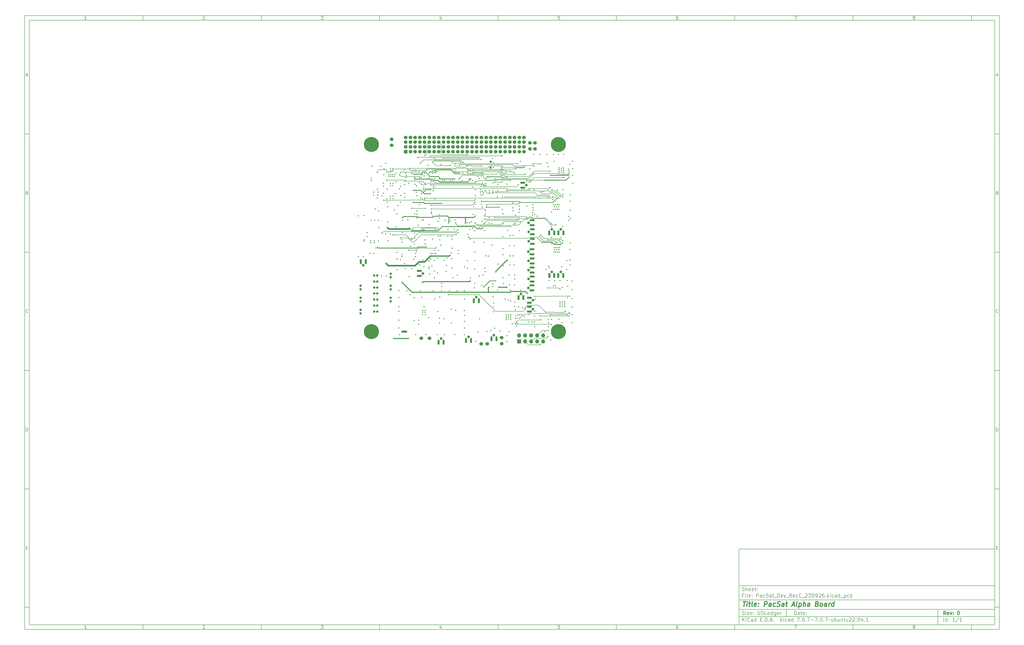
<source format=gbr>
%TF.GenerationSoftware,KiCad,Pcbnew,7.0.7-7.0.7~ubuntu22.04.1*%
%TF.CreationDate,2023-10-03T20:17:37-05:00*%
%TF.ProjectId,PacSat_Dev_RecC_230926,50616353-6174-45f4-9465-765f52656343,0*%
%TF.SameCoordinates,Original*%
%TF.FileFunction,Copper,L3,Inr*%
%TF.FilePolarity,Positive*%
%FSLAX46Y46*%
G04 Gerber Fmt 4.6, Leading zero omitted, Abs format (unit mm)*
G04 Created by KiCad (PCBNEW 7.0.7-7.0.7~ubuntu22.04.1) date 2023-10-03 20:17:37*
%MOMM*%
%LPD*%
G01*
G04 APERTURE LIST*
G04 Aperture macros list*
%AMRoundRect*
0 Rectangle with rounded corners*
0 $1 Rounding radius*
0 $2 $3 $4 $5 $6 $7 $8 $9 X,Y pos of 4 corners*
0 Add a 4 corners polygon primitive as box body*
4,1,4,$2,$3,$4,$5,$6,$7,$8,$9,$2,$3,0*
0 Add four circle primitives for the rounded corners*
1,1,$1+$1,$2,$3*
1,1,$1+$1,$4,$5*
1,1,$1+$1,$6,$7*
1,1,$1+$1,$8,$9*
0 Add four rect primitives between the rounded corners*
20,1,$1+$1,$2,$3,$4,$5,0*
20,1,$1+$1,$4,$5,$6,$7,0*
20,1,$1+$1,$6,$7,$8,$9,0*
20,1,$1+$1,$8,$9,$2,$3,0*%
G04 Aperture macros list end*
%ADD10C,0.100000*%
%ADD11C,0.150000*%
%ADD12C,0.300000*%
%ADD13C,0.400000*%
%TA.AperFunction,ComponentPad*%
%ADD14C,1.524000*%
%TD*%
%TA.AperFunction,ComponentPad*%
%ADD15C,6.350000*%
%TD*%
%TA.AperFunction,ComponentPad*%
%ADD16RoundRect,0.290840X-0.471160X-0.471160X0.471160X-0.471160X0.471160X0.471160X-0.471160X0.471160X0*%
%TD*%
%TA.AperFunction,ComponentPad*%
%ADD17C,1.016000*%
%TD*%
%TA.AperFunction,ComponentPad*%
%ADD18O,2.540000X0.889000*%
%TD*%
%TA.AperFunction,ComponentPad*%
%ADD19C,1.000000*%
%TD*%
%TA.AperFunction,ComponentPad*%
%ADD20R,1.700000X1.700000*%
%TD*%
%TA.AperFunction,ComponentPad*%
%ADD21O,1.700000X1.700000*%
%TD*%
%TA.AperFunction,ComponentPad*%
%ADD22RoundRect,0.254000X0.254000X-0.254000X0.254000X0.254000X-0.254000X0.254000X-0.254000X-0.254000X0*%
%TD*%
%TA.AperFunction,ComponentPad*%
%ADD23RoundRect,0.200000X0.200000X-0.800000X0.200000X0.800000X-0.200000X0.800000X-0.200000X-0.800000X0*%
%TD*%
%TA.AperFunction,ComponentPad*%
%ADD24RoundRect,0.254000X0.254000X0.254000X-0.254000X0.254000X-0.254000X-0.254000X0.254000X-0.254000X0*%
%TD*%
%TA.AperFunction,ComponentPad*%
%ADD25RoundRect,0.200000X0.800000X0.200000X-0.800000X0.200000X-0.800000X-0.200000X0.800000X-0.200000X0*%
%TD*%
%TA.AperFunction,ComponentPad*%
%ADD26RoundRect,0.254000X-0.254000X0.254000X-0.254000X-0.254000X0.254000X-0.254000X0.254000X0.254000X0*%
%TD*%
%TA.AperFunction,ComponentPad*%
%ADD27RoundRect,0.200000X-0.200000X0.800000X-0.200000X-0.800000X0.200000X-0.800000X0.200000X0.800000X0*%
%TD*%
%TA.AperFunction,ComponentPad*%
%ADD28RoundRect,0.254000X-0.254000X-0.254000X0.254000X-0.254000X0.254000X0.254000X-0.254000X0.254000X0*%
%TD*%
%TA.AperFunction,ComponentPad*%
%ADD29RoundRect,0.200000X-0.800000X-0.200000X0.800000X-0.200000X0.800000X0.200000X-0.800000X0.200000X0*%
%TD*%
%TA.AperFunction,ViaPad*%
%ADD30C,0.508000*%
%TD*%
%TA.AperFunction,Conductor*%
%ADD31C,0.330200*%
%TD*%
%TA.AperFunction,Conductor*%
%ADD32C,0.381000*%
%TD*%
%TA.AperFunction,Conductor*%
%ADD33C,0.152400*%
%TD*%
%TA.AperFunction,Conductor*%
%ADD34C,0.304800*%
%TD*%
%TA.AperFunction,Conductor*%
%ADD35C,0.127000*%
%TD*%
%TA.AperFunction,Conductor*%
%ADD36C,0.635000*%
%TD*%
%TA.AperFunction,Conductor*%
%ADD37C,0.203200*%
%TD*%
%TA.AperFunction,Conductor*%
%ADD38C,0.254000*%
%TD*%
%TA.AperFunction,Conductor*%
%ADD39C,0.508000*%
%TD*%
G04 APERTURE END LIST*
D10*
D11*
X311800000Y-235400000D02*
X419800000Y-235400000D01*
X419800000Y-267400000D01*
X311800000Y-267400000D01*
X311800000Y-235400000D01*
D10*
D11*
X10000000Y-10000000D02*
X421800000Y-10000000D01*
X421800000Y-269400000D01*
X10000000Y-269400000D01*
X10000000Y-10000000D01*
D10*
D11*
X12000000Y-12000000D02*
X419800000Y-12000000D01*
X419800000Y-267400000D01*
X12000000Y-267400000D01*
X12000000Y-12000000D01*
D10*
D11*
X60000000Y-12000000D02*
X60000000Y-10000000D01*
D10*
D11*
X110000000Y-12000000D02*
X110000000Y-10000000D01*
D10*
D11*
X160000000Y-12000000D02*
X160000000Y-10000000D01*
D10*
D11*
X210000000Y-12000000D02*
X210000000Y-10000000D01*
D10*
D11*
X260000000Y-12000000D02*
X260000000Y-10000000D01*
D10*
D11*
X310000000Y-12000000D02*
X310000000Y-10000000D01*
D10*
D11*
X360000000Y-12000000D02*
X360000000Y-10000000D01*
D10*
D11*
X410000000Y-12000000D02*
X410000000Y-10000000D01*
D10*
D11*
X36089160Y-11593604D02*
X35346303Y-11593604D01*
X35717731Y-11593604D02*
X35717731Y-10293604D01*
X35717731Y-10293604D02*
X35593922Y-10479319D01*
X35593922Y-10479319D02*
X35470112Y-10603128D01*
X35470112Y-10603128D02*
X35346303Y-10665033D01*
D10*
D11*
X85346303Y-10417414D02*
X85408207Y-10355509D01*
X85408207Y-10355509D02*
X85532017Y-10293604D01*
X85532017Y-10293604D02*
X85841541Y-10293604D01*
X85841541Y-10293604D02*
X85965350Y-10355509D01*
X85965350Y-10355509D02*
X86027255Y-10417414D01*
X86027255Y-10417414D02*
X86089160Y-10541223D01*
X86089160Y-10541223D02*
X86089160Y-10665033D01*
X86089160Y-10665033D02*
X86027255Y-10850747D01*
X86027255Y-10850747D02*
X85284398Y-11593604D01*
X85284398Y-11593604D02*
X86089160Y-11593604D01*
D10*
D11*
X135284398Y-10293604D02*
X136089160Y-10293604D01*
X136089160Y-10293604D02*
X135655826Y-10788842D01*
X135655826Y-10788842D02*
X135841541Y-10788842D01*
X135841541Y-10788842D02*
X135965350Y-10850747D01*
X135965350Y-10850747D02*
X136027255Y-10912652D01*
X136027255Y-10912652D02*
X136089160Y-11036461D01*
X136089160Y-11036461D02*
X136089160Y-11345985D01*
X136089160Y-11345985D02*
X136027255Y-11469795D01*
X136027255Y-11469795D02*
X135965350Y-11531700D01*
X135965350Y-11531700D02*
X135841541Y-11593604D01*
X135841541Y-11593604D02*
X135470112Y-11593604D01*
X135470112Y-11593604D02*
X135346303Y-11531700D01*
X135346303Y-11531700D02*
X135284398Y-11469795D01*
D10*
D11*
X185965350Y-10726938D02*
X185965350Y-11593604D01*
X185655826Y-10231700D02*
X185346303Y-11160271D01*
X185346303Y-11160271D02*
X186151064Y-11160271D01*
D10*
D11*
X236027255Y-10293604D02*
X235408207Y-10293604D01*
X235408207Y-10293604D02*
X235346303Y-10912652D01*
X235346303Y-10912652D02*
X235408207Y-10850747D01*
X235408207Y-10850747D02*
X235532017Y-10788842D01*
X235532017Y-10788842D02*
X235841541Y-10788842D01*
X235841541Y-10788842D02*
X235965350Y-10850747D01*
X235965350Y-10850747D02*
X236027255Y-10912652D01*
X236027255Y-10912652D02*
X236089160Y-11036461D01*
X236089160Y-11036461D02*
X236089160Y-11345985D01*
X236089160Y-11345985D02*
X236027255Y-11469795D01*
X236027255Y-11469795D02*
X235965350Y-11531700D01*
X235965350Y-11531700D02*
X235841541Y-11593604D01*
X235841541Y-11593604D02*
X235532017Y-11593604D01*
X235532017Y-11593604D02*
X235408207Y-11531700D01*
X235408207Y-11531700D02*
X235346303Y-11469795D01*
D10*
D11*
X285965350Y-10293604D02*
X285717731Y-10293604D01*
X285717731Y-10293604D02*
X285593922Y-10355509D01*
X285593922Y-10355509D02*
X285532017Y-10417414D01*
X285532017Y-10417414D02*
X285408207Y-10603128D01*
X285408207Y-10603128D02*
X285346303Y-10850747D01*
X285346303Y-10850747D02*
X285346303Y-11345985D01*
X285346303Y-11345985D02*
X285408207Y-11469795D01*
X285408207Y-11469795D02*
X285470112Y-11531700D01*
X285470112Y-11531700D02*
X285593922Y-11593604D01*
X285593922Y-11593604D02*
X285841541Y-11593604D01*
X285841541Y-11593604D02*
X285965350Y-11531700D01*
X285965350Y-11531700D02*
X286027255Y-11469795D01*
X286027255Y-11469795D02*
X286089160Y-11345985D01*
X286089160Y-11345985D02*
X286089160Y-11036461D01*
X286089160Y-11036461D02*
X286027255Y-10912652D01*
X286027255Y-10912652D02*
X285965350Y-10850747D01*
X285965350Y-10850747D02*
X285841541Y-10788842D01*
X285841541Y-10788842D02*
X285593922Y-10788842D01*
X285593922Y-10788842D02*
X285470112Y-10850747D01*
X285470112Y-10850747D02*
X285408207Y-10912652D01*
X285408207Y-10912652D02*
X285346303Y-11036461D01*
D10*
D11*
X335284398Y-10293604D02*
X336151064Y-10293604D01*
X336151064Y-10293604D02*
X335593922Y-11593604D01*
D10*
D11*
X385593922Y-10850747D02*
X385470112Y-10788842D01*
X385470112Y-10788842D02*
X385408207Y-10726938D01*
X385408207Y-10726938D02*
X385346303Y-10603128D01*
X385346303Y-10603128D02*
X385346303Y-10541223D01*
X385346303Y-10541223D02*
X385408207Y-10417414D01*
X385408207Y-10417414D02*
X385470112Y-10355509D01*
X385470112Y-10355509D02*
X385593922Y-10293604D01*
X385593922Y-10293604D02*
X385841541Y-10293604D01*
X385841541Y-10293604D02*
X385965350Y-10355509D01*
X385965350Y-10355509D02*
X386027255Y-10417414D01*
X386027255Y-10417414D02*
X386089160Y-10541223D01*
X386089160Y-10541223D02*
X386089160Y-10603128D01*
X386089160Y-10603128D02*
X386027255Y-10726938D01*
X386027255Y-10726938D02*
X385965350Y-10788842D01*
X385965350Y-10788842D02*
X385841541Y-10850747D01*
X385841541Y-10850747D02*
X385593922Y-10850747D01*
X385593922Y-10850747D02*
X385470112Y-10912652D01*
X385470112Y-10912652D02*
X385408207Y-10974557D01*
X385408207Y-10974557D02*
X385346303Y-11098366D01*
X385346303Y-11098366D02*
X385346303Y-11345985D01*
X385346303Y-11345985D02*
X385408207Y-11469795D01*
X385408207Y-11469795D02*
X385470112Y-11531700D01*
X385470112Y-11531700D02*
X385593922Y-11593604D01*
X385593922Y-11593604D02*
X385841541Y-11593604D01*
X385841541Y-11593604D02*
X385965350Y-11531700D01*
X385965350Y-11531700D02*
X386027255Y-11469795D01*
X386027255Y-11469795D02*
X386089160Y-11345985D01*
X386089160Y-11345985D02*
X386089160Y-11098366D01*
X386089160Y-11098366D02*
X386027255Y-10974557D01*
X386027255Y-10974557D02*
X385965350Y-10912652D01*
X385965350Y-10912652D02*
X385841541Y-10850747D01*
D10*
D11*
X60000000Y-267400000D02*
X60000000Y-269400000D01*
D10*
D11*
X110000000Y-267400000D02*
X110000000Y-269400000D01*
D10*
D11*
X160000000Y-267400000D02*
X160000000Y-269400000D01*
D10*
D11*
X210000000Y-267400000D02*
X210000000Y-269400000D01*
D10*
D11*
X260000000Y-267400000D02*
X260000000Y-269400000D01*
D10*
D11*
X310000000Y-267400000D02*
X310000000Y-269400000D01*
D10*
D11*
X360000000Y-267400000D02*
X360000000Y-269400000D01*
D10*
D11*
X410000000Y-267400000D02*
X410000000Y-269400000D01*
D10*
D11*
X36089160Y-268993604D02*
X35346303Y-268993604D01*
X35717731Y-268993604D02*
X35717731Y-267693604D01*
X35717731Y-267693604D02*
X35593922Y-267879319D01*
X35593922Y-267879319D02*
X35470112Y-268003128D01*
X35470112Y-268003128D02*
X35346303Y-268065033D01*
D10*
D11*
X85346303Y-267817414D02*
X85408207Y-267755509D01*
X85408207Y-267755509D02*
X85532017Y-267693604D01*
X85532017Y-267693604D02*
X85841541Y-267693604D01*
X85841541Y-267693604D02*
X85965350Y-267755509D01*
X85965350Y-267755509D02*
X86027255Y-267817414D01*
X86027255Y-267817414D02*
X86089160Y-267941223D01*
X86089160Y-267941223D02*
X86089160Y-268065033D01*
X86089160Y-268065033D02*
X86027255Y-268250747D01*
X86027255Y-268250747D02*
X85284398Y-268993604D01*
X85284398Y-268993604D02*
X86089160Y-268993604D01*
D10*
D11*
X135284398Y-267693604D02*
X136089160Y-267693604D01*
X136089160Y-267693604D02*
X135655826Y-268188842D01*
X135655826Y-268188842D02*
X135841541Y-268188842D01*
X135841541Y-268188842D02*
X135965350Y-268250747D01*
X135965350Y-268250747D02*
X136027255Y-268312652D01*
X136027255Y-268312652D02*
X136089160Y-268436461D01*
X136089160Y-268436461D02*
X136089160Y-268745985D01*
X136089160Y-268745985D02*
X136027255Y-268869795D01*
X136027255Y-268869795D02*
X135965350Y-268931700D01*
X135965350Y-268931700D02*
X135841541Y-268993604D01*
X135841541Y-268993604D02*
X135470112Y-268993604D01*
X135470112Y-268993604D02*
X135346303Y-268931700D01*
X135346303Y-268931700D02*
X135284398Y-268869795D01*
D10*
D11*
X185965350Y-268126938D02*
X185965350Y-268993604D01*
X185655826Y-267631700D02*
X185346303Y-268560271D01*
X185346303Y-268560271D02*
X186151064Y-268560271D01*
D10*
D11*
X236027255Y-267693604D02*
X235408207Y-267693604D01*
X235408207Y-267693604D02*
X235346303Y-268312652D01*
X235346303Y-268312652D02*
X235408207Y-268250747D01*
X235408207Y-268250747D02*
X235532017Y-268188842D01*
X235532017Y-268188842D02*
X235841541Y-268188842D01*
X235841541Y-268188842D02*
X235965350Y-268250747D01*
X235965350Y-268250747D02*
X236027255Y-268312652D01*
X236027255Y-268312652D02*
X236089160Y-268436461D01*
X236089160Y-268436461D02*
X236089160Y-268745985D01*
X236089160Y-268745985D02*
X236027255Y-268869795D01*
X236027255Y-268869795D02*
X235965350Y-268931700D01*
X235965350Y-268931700D02*
X235841541Y-268993604D01*
X235841541Y-268993604D02*
X235532017Y-268993604D01*
X235532017Y-268993604D02*
X235408207Y-268931700D01*
X235408207Y-268931700D02*
X235346303Y-268869795D01*
D10*
D11*
X285965350Y-267693604D02*
X285717731Y-267693604D01*
X285717731Y-267693604D02*
X285593922Y-267755509D01*
X285593922Y-267755509D02*
X285532017Y-267817414D01*
X285532017Y-267817414D02*
X285408207Y-268003128D01*
X285408207Y-268003128D02*
X285346303Y-268250747D01*
X285346303Y-268250747D02*
X285346303Y-268745985D01*
X285346303Y-268745985D02*
X285408207Y-268869795D01*
X285408207Y-268869795D02*
X285470112Y-268931700D01*
X285470112Y-268931700D02*
X285593922Y-268993604D01*
X285593922Y-268993604D02*
X285841541Y-268993604D01*
X285841541Y-268993604D02*
X285965350Y-268931700D01*
X285965350Y-268931700D02*
X286027255Y-268869795D01*
X286027255Y-268869795D02*
X286089160Y-268745985D01*
X286089160Y-268745985D02*
X286089160Y-268436461D01*
X286089160Y-268436461D02*
X286027255Y-268312652D01*
X286027255Y-268312652D02*
X285965350Y-268250747D01*
X285965350Y-268250747D02*
X285841541Y-268188842D01*
X285841541Y-268188842D02*
X285593922Y-268188842D01*
X285593922Y-268188842D02*
X285470112Y-268250747D01*
X285470112Y-268250747D02*
X285408207Y-268312652D01*
X285408207Y-268312652D02*
X285346303Y-268436461D01*
D10*
D11*
X335284398Y-267693604D02*
X336151064Y-267693604D01*
X336151064Y-267693604D02*
X335593922Y-268993604D01*
D10*
D11*
X385593922Y-268250747D02*
X385470112Y-268188842D01*
X385470112Y-268188842D02*
X385408207Y-268126938D01*
X385408207Y-268126938D02*
X385346303Y-268003128D01*
X385346303Y-268003128D02*
X385346303Y-267941223D01*
X385346303Y-267941223D02*
X385408207Y-267817414D01*
X385408207Y-267817414D02*
X385470112Y-267755509D01*
X385470112Y-267755509D02*
X385593922Y-267693604D01*
X385593922Y-267693604D02*
X385841541Y-267693604D01*
X385841541Y-267693604D02*
X385965350Y-267755509D01*
X385965350Y-267755509D02*
X386027255Y-267817414D01*
X386027255Y-267817414D02*
X386089160Y-267941223D01*
X386089160Y-267941223D02*
X386089160Y-268003128D01*
X386089160Y-268003128D02*
X386027255Y-268126938D01*
X386027255Y-268126938D02*
X385965350Y-268188842D01*
X385965350Y-268188842D02*
X385841541Y-268250747D01*
X385841541Y-268250747D02*
X385593922Y-268250747D01*
X385593922Y-268250747D02*
X385470112Y-268312652D01*
X385470112Y-268312652D02*
X385408207Y-268374557D01*
X385408207Y-268374557D02*
X385346303Y-268498366D01*
X385346303Y-268498366D02*
X385346303Y-268745985D01*
X385346303Y-268745985D02*
X385408207Y-268869795D01*
X385408207Y-268869795D02*
X385470112Y-268931700D01*
X385470112Y-268931700D02*
X385593922Y-268993604D01*
X385593922Y-268993604D02*
X385841541Y-268993604D01*
X385841541Y-268993604D02*
X385965350Y-268931700D01*
X385965350Y-268931700D02*
X386027255Y-268869795D01*
X386027255Y-268869795D02*
X386089160Y-268745985D01*
X386089160Y-268745985D02*
X386089160Y-268498366D01*
X386089160Y-268498366D02*
X386027255Y-268374557D01*
X386027255Y-268374557D02*
X385965350Y-268312652D01*
X385965350Y-268312652D02*
X385841541Y-268250747D01*
D10*
D11*
X10000000Y-60000000D02*
X12000000Y-60000000D01*
D10*
D11*
X10000000Y-110000000D02*
X12000000Y-110000000D01*
D10*
D11*
X10000000Y-160000000D02*
X12000000Y-160000000D01*
D10*
D11*
X10000000Y-210000000D02*
X12000000Y-210000000D01*
D10*
D11*
X10000000Y-260000000D02*
X12000000Y-260000000D01*
D10*
D11*
X10690476Y-35222176D02*
X11309523Y-35222176D01*
X10566666Y-35593604D02*
X10999999Y-34293604D01*
X10999999Y-34293604D02*
X11433333Y-35593604D01*
D10*
D11*
X11092857Y-84912652D02*
X11278571Y-84974557D01*
X11278571Y-84974557D02*
X11340476Y-85036461D01*
X11340476Y-85036461D02*
X11402380Y-85160271D01*
X11402380Y-85160271D02*
X11402380Y-85345985D01*
X11402380Y-85345985D02*
X11340476Y-85469795D01*
X11340476Y-85469795D02*
X11278571Y-85531700D01*
X11278571Y-85531700D02*
X11154761Y-85593604D01*
X11154761Y-85593604D02*
X10659523Y-85593604D01*
X10659523Y-85593604D02*
X10659523Y-84293604D01*
X10659523Y-84293604D02*
X11092857Y-84293604D01*
X11092857Y-84293604D02*
X11216666Y-84355509D01*
X11216666Y-84355509D02*
X11278571Y-84417414D01*
X11278571Y-84417414D02*
X11340476Y-84541223D01*
X11340476Y-84541223D02*
X11340476Y-84665033D01*
X11340476Y-84665033D02*
X11278571Y-84788842D01*
X11278571Y-84788842D02*
X11216666Y-84850747D01*
X11216666Y-84850747D02*
X11092857Y-84912652D01*
X11092857Y-84912652D02*
X10659523Y-84912652D01*
D10*
D11*
X11402380Y-135469795D02*
X11340476Y-135531700D01*
X11340476Y-135531700D02*
X11154761Y-135593604D01*
X11154761Y-135593604D02*
X11030952Y-135593604D01*
X11030952Y-135593604D02*
X10845238Y-135531700D01*
X10845238Y-135531700D02*
X10721428Y-135407890D01*
X10721428Y-135407890D02*
X10659523Y-135284080D01*
X10659523Y-135284080D02*
X10597619Y-135036461D01*
X10597619Y-135036461D02*
X10597619Y-134850747D01*
X10597619Y-134850747D02*
X10659523Y-134603128D01*
X10659523Y-134603128D02*
X10721428Y-134479319D01*
X10721428Y-134479319D02*
X10845238Y-134355509D01*
X10845238Y-134355509D02*
X11030952Y-134293604D01*
X11030952Y-134293604D02*
X11154761Y-134293604D01*
X11154761Y-134293604D02*
X11340476Y-134355509D01*
X11340476Y-134355509D02*
X11402380Y-134417414D01*
D10*
D11*
X10659523Y-185593604D02*
X10659523Y-184293604D01*
X10659523Y-184293604D02*
X10969047Y-184293604D01*
X10969047Y-184293604D02*
X11154761Y-184355509D01*
X11154761Y-184355509D02*
X11278571Y-184479319D01*
X11278571Y-184479319D02*
X11340476Y-184603128D01*
X11340476Y-184603128D02*
X11402380Y-184850747D01*
X11402380Y-184850747D02*
X11402380Y-185036461D01*
X11402380Y-185036461D02*
X11340476Y-185284080D01*
X11340476Y-185284080D02*
X11278571Y-185407890D01*
X11278571Y-185407890D02*
X11154761Y-185531700D01*
X11154761Y-185531700D02*
X10969047Y-185593604D01*
X10969047Y-185593604D02*
X10659523Y-185593604D01*
D10*
D11*
X10721428Y-234912652D02*
X11154762Y-234912652D01*
X11340476Y-235593604D02*
X10721428Y-235593604D01*
X10721428Y-235593604D02*
X10721428Y-234293604D01*
X10721428Y-234293604D02*
X11340476Y-234293604D01*
D10*
D11*
X421800000Y-60000000D02*
X419800000Y-60000000D01*
D10*
D11*
X421800000Y-110000000D02*
X419800000Y-110000000D01*
D10*
D11*
X421800000Y-160000000D02*
X419800000Y-160000000D01*
D10*
D11*
X421800000Y-210000000D02*
X419800000Y-210000000D01*
D10*
D11*
X421800000Y-260000000D02*
X419800000Y-260000000D01*
D10*
D11*
X420490476Y-35222176D02*
X421109523Y-35222176D01*
X420366666Y-35593604D02*
X420799999Y-34293604D01*
X420799999Y-34293604D02*
X421233333Y-35593604D01*
D10*
D11*
X420892857Y-84912652D02*
X421078571Y-84974557D01*
X421078571Y-84974557D02*
X421140476Y-85036461D01*
X421140476Y-85036461D02*
X421202380Y-85160271D01*
X421202380Y-85160271D02*
X421202380Y-85345985D01*
X421202380Y-85345985D02*
X421140476Y-85469795D01*
X421140476Y-85469795D02*
X421078571Y-85531700D01*
X421078571Y-85531700D02*
X420954761Y-85593604D01*
X420954761Y-85593604D02*
X420459523Y-85593604D01*
X420459523Y-85593604D02*
X420459523Y-84293604D01*
X420459523Y-84293604D02*
X420892857Y-84293604D01*
X420892857Y-84293604D02*
X421016666Y-84355509D01*
X421016666Y-84355509D02*
X421078571Y-84417414D01*
X421078571Y-84417414D02*
X421140476Y-84541223D01*
X421140476Y-84541223D02*
X421140476Y-84665033D01*
X421140476Y-84665033D02*
X421078571Y-84788842D01*
X421078571Y-84788842D02*
X421016666Y-84850747D01*
X421016666Y-84850747D02*
X420892857Y-84912652D01*
X420892857Y-84912652D02*
X420459523Y-84912652D01*
D10*
D11*
X421202380Y-135469795D02*
X421140476Y-135531700D01*
X421140476Y-135531700D02*
X420954761Y-135593604D01*
X420954761Y-135593604D02*
X420830952Y-135593604D01*
X420830952Y-135593604D02*
X420645238Y-135531700D01*
X420645238Y-135531700D02*
X420521428Y-135407890D01*
X420521428Y-135407890D02*
X420459523Y-135284080D01*
X420459523Y-135284080D02*
X420397619Y-135036461D01*
X420397619Y-135036461D02*
X420397619Y-134850747D01*
X420397619Y-134850747D02*
X420459523Y-134603128D01*
X420459523Y-134603128D02*
X420521428Y-134479319D01*
X420521428Y-134479319D02*
X420645238Y-134355509D01*
X420645238Y-134355509D02*
X420830952Y-134293604D01*
X420830952Y-134293604D02*
X420954761Y-134293604D01*
X420954761Y-134293604D02*
X421140476Y-134355509D01*
X421140476Y-134355509D02*
X421202380Y-134417414D01*
D10*
D11*
X420459523Y-185593604D02*
X420459523Y-184293604D01*
X420459523Y-184293604D02*
X420769047Y-184293604D01*
X420769047Y-184293604D02*
X420954761Y-184355509D01*
X420954761Y-184355509D02*
X421078571Y-184479319D01*
X421078571Y-184479319D02*
X421140476Y-184603128D01*
X421140476Y-184603128D02*
X421202380Y-184850747D01*
X421202380Y-184850747D02*
X421202380Y-185036461D01*
X421202380Y-185036461D02*
X421140476Y-185284080D01*
X421140476Y-185284080D02*
X421078571Y-185407890D01*
X421078571Y-185407890D02*
X420954761Y-185531700D01*
X420954761Y-185531700D02*
X420769047Y-185593604D01*
X420769047Y-185593604D02*
X420459523Y-185593604D01*
D10*
D11*
X420521428Y-234912652D02*
X420954762Y-234912652D01*
X421140476Y-235593604D02*
X420521428Y-235593604D01*
X420521428Y-235593604D02*
X420521428Y-234293604D01*
X420521428Y-234293604D02*
X421140476Y-234293604D01*
D10*
D11*
X335255826Y-263186128D02*
X335255826Y-261686128D01*
X335255826Y-261686128D02*
X335612969Y-261686128D01*
X335612969Y-261686128D02*
X335827255Y-261757557D01*
X335827255Y-261757557D02*
X335970112Y-261900414D01*
X335970112Y-261900414D02*
X336041541Y-262043271D01*
X336041541Y-262043271D02*
X336112969Y-262328985D01*
X336112969Y-262328985D02*
X336112969Y-262543271D01*
X336112969Y-262543271D02*
X336041541Y-262828985D01*
X336041541Y-262828985D02*
X335970112Y-262971842D01*
X335970112Y-262971842D02*
X335827255Y-263114700D01*
X335827255Y-263114700D02*
X335612969Y-263186128D01*
X335612969Y-263186128D02*
X335255826Y-263186128D01*
X337398684Y-263186128D02*
X337398684Y-262400414D01*
X337398684Y-262400414D02*
X337327255Y-262257557D01*
X337327255Y-262257557D02*
X337184398Y-262186128D01*
X337184398Y-262186128D02*
X336898684Y-262186128D01*
X336898684Y-262186128D02*
X336755826Y-262257557D01*
X337398684Y-263114700D02*
X337255826Y-263186128D01*
X337255826Y-263186128D02*
X336898684Y-263186128D01*
X336898684Y-263186128D02*
X336755826Y-263114700D01*
X336755826Y-263114700D02*
X336684398Y-262971842D01*
X336684398Y-262971842D02*
X336684398Y-262828985D01*
X336684398Y-262828985D02*
X336755826Y-262686128D01*
X336755826Y-262686128D02*
X336898684Y-262614700D01*
X336898684Y-262614700D02*
X337255826Y-262614700D01*
X337255826Y-262614700D02*
X337398684Y-262543271D01*
X337898684Y-262186128D02*
X338470112Y-262186128D01*
X338112969Y-261686128D02*
X338112969Y-262971842D01*
X338112969Y-262971842D02*
X338184398Y-263114700D01*
X338184398Y-263114700D02*
X338327255Y-263186128D01*
X338327255Y-263186128D02*
X338470112Y-263186128D01*
X339541541Y-263114700D02*
X339398684Y-263186128D01*
X339398684Y-263186128D02*
X339112970Y-263186128D01*
X339112970Y-263186128D02*
X338970112Y-263114700D01*
X338970112Y-263114700D02*
X338898684Y-262971842D01*
X338898684Y-262971842D02*
X338898684Y-262400414D01*
X338898684Y-262400414D02*
X338970112Y-262257557D01*
X338970112Y-262257557D02*
X339112970Y-262186128D01*
X339112970Y-262186128D02*
X339398684Y-262186128D01*
X339398684Y-262186128D02*
X339541541Y-262257557D01*
X339541541Y-262257557D02*
X339612970Y-262400414D01*
X339612970Y-262400414D02*
X339612970Y-262543271D01*
X339612970Y-262543271D02*
X338898684Y-262686128D01*
X340255826Y-263043271D02*
X340327255Y-263114700D01*
X340327255Y-263114700D02*
X340255826Y-263186128D01*
X340255826Y-263186128D02*
X340184398Y-263114700D01*
X340184398Y-263114700D02*
X340255826Y-263043271D01*
X340255826Y-263043271D02*
X340255826Y-263186128D01*
X340255826Y-262257557D02*
X340327255Y-262328985D01*
X340327255Y-262328985D02*
X340255826Y-262400414D01*
X340255826Y-262400414D02*
X340184398Y-262328985D01*
X340184398Y-262328985D02*
X340255826Y-262257557D01*
X340255826Y-262257557D02*
X340255826Y-262400414D01*
D10*
D11*
X311800000Y-263900000D02*
X419800000Y-263900000D01*
D10*
D11*
X313255826Y-265986128D02*
X313255826Y-264486128D01*
X314112969Y-265986128D02*
X313470112Y-265128985D01*
X314112969Y-264486128D02*
X313255826Y-265343271D01*
X314755826Y-265986128D02*
X314755826Y-264986128D01*
X314755826Y-264486128D02*
X314684398Y-264557557D01*
X314684398Y-264557557D02*
X314755826Y-264628985D01*
X314755826Y-264628985D02*
X314827255Y-264557557D01*
X314827255Y-264557557D02*
X314755826Y-264486128D01*
X314755826Y-264486128D02*
X314755826Y-264628985D01*
X316327255Y-265843271D02*
X316255827Y-265914700D01*
X316255827Y-265914700D02*
X316041541Y-265986128D01*
X316041541Y-265986128D02*
X315898684Y-265986128D01*
X315898684Y-265986128D02*
X315684398Y-265914700D01*
X315684398Y-265914700D02*
X315541541Y-265771842D01*
X315541541Y-265771842D02*
X315470112Y-265628985D01*
X315470112Y-265628985D02*
X315398684Y-265343271D01*
X315398684Y-265343271D02*
X315398684Y-265128985D01*
X315398684Y-265128985D02*
X315470112Y-264843271D01*
X315470112Y-264843271D02*
X315541541Y-264700414D01*
X315541541Y-264700414D02*
X315684398Y-264557557D01*
X315684398Y-264557557D02*
X315898684Y-264486128D01*
X315898684Y-264486128D02*
X316041541Y-264486128D01*
X316041541Y-264486128D02*
X316255827Y-264557557D01*
X316255827Y-264557557D02*
X316327255Y-264628985D01*
X317612970Y-265986128D02*
X317612970Y-265200414D01*
X317612970Y-265200414D02*
X317541541Y-265057557D01*
X317541541Y-265057557D02*
X317398684Y-264986128D01*
X317398684Y-264986128D02*
X317112970Y-264986128D01*
X317112970Y-264986128D02*
X316970112Y-265057557D01*
X317612970Y-265914700D02*
X317470112Y-265986128D01*
X317470112Y-265986128D02*
X317112970Y-265986128D01*
X317112970Y-265986128D02*
X316970112Y-265914700D01*
X316970112Y-265914700D02*
X316898684Y-265771842D01*
X316898684Y-265771842D02*
X316898684Y-265628985D01*
X316898684Y-265628985D02*
X316970112Y-265486128D01*
X316970112Y-265486128D02*
X317112970Y-265414700D01*
X317112970Y-265414700D02*
X317470112Y-265414700D01*
X317470112Y-265414700D02*
X317612970Y-265343271D01*
X318970113Y-265986128D02*
X318970113Y-264486128D01*
X318970113Y-265914700D02*
X318827255Y-265986128D01*
X318827255Y-265986128D02*
X318541541Y-265986128D01*
X318541541Y-265986128D02*
X318398684Y-265914700D01*
X318398684Y-265914700D02*
X318327255Y-265843271D01*
X318327255Y-265843271D02*
X318255827Y-265700414D01*
X318255827Y-265700414D02*
X318255827Y-265271842D01*
X318255827Y-265271842D02*
X318327255Y-265128985D01*
X318327255Y-265128985D02*
X318398684Y-265057557D01*
X318398684Y-265057557D02*
X318541541Y-264986128D01*
X318541541Y-264986128D02*
X318827255Y-264986128D01*
X318827255Y-264986128D02*
X318970113Y-265057557D01*
X320827255Y-265200414D02*
X321327255Y-265200414D01*
X321541541Y-265986128D02*
X320827255Y-265986128D01*
X320827255Y-265986128D02*
X320827255Y-264486128D01*
X320827255Y-264486128D02*
X321541541Y-264486128D01*
X322184398Y-265843271D02*
X322255827Y-265914700D01*
X322255827Y-265914700D02*
X322184398Y-265986128D01*
X322184398Y-265986128D02*
X322112970Y-265914700D01*
X322112970Y-265914700D02*
X322184398Y-265843271D01*
X322184398Y-265843271D02*
X322184398Y-265986128D01*
X322898684Y-265986128D02*
X322898684Y-264486128D01*
X322898684Y-264486128D02*
X323255827Y-264486128D01*
X323255827Y-264486128D02*
X323470113Y-264557557D01*
X323470113Y-264557557D02*
X323612970Y-264700414D01*
X323612970Y-264700414D02*
X323684399Y-264843271D01*
X323684399Y-264843271D02*
X323755827Y-265128985D01*
X323755827Y-265128985D02*
X323755827Y-265343271D01*
X323755827Y-265343271D02*
X323684399Y-265628985D01*
X323684399Y-265628985D02*
X323612970Y-265771842D01*
X323612970Y-265771842D02*
X323470113Y-265914700D01*
X323470113Y-265914700D02*
X323255827Y-265986128D01*
X323255827Y-265986128D02*
X322898684Y-265986128D01*
X324398684Y-265843271D02*
X324470113Y-265914700D01*
X324470113Y-265914700D02*
X324398684Y-265986128D01*
X324398684Y-265986128D02*
X324327256Y-265914700D01*
X324327256Y-265914700D02*
X324398684Y-265843271D01*
X324398684Y-265843271D02*
X324398684Y-265986128D01*
X325041542Y-265557557D02*
X325755828Y-265557557D01*
X324898685Y-265986128D02*
X325398685Y-264486128D01*
X325398685Y-264486128D02*
X325898685Y-265986128D01*
X326398684Y-265843271D02*
X326470113Y-265914700D01*
X326470113Y-265914700D02*
X326398684Y-265986128D01*
X326398684Y-265986128D02*
X326327256Y-265914700D01*
X326327256Y-265914700D02*
X326398684Y-265843271D01*
X326398684Y-265843271D02*
X326398684Y-265986128D01*
X329398684Y-265986128D02*
X329398684Y-264486128D01*
X329541542Y-265414700D02*
X329970113Y-265986128D01*
X329970113Y-264986128D02*
X329398684Y-265557557D01*
X330612970Y-265986128D02*
X330612970Y-264986128D01*
X330612970Y-264486128D02*
X330541542Y-264557557D01*
X330541542Y-264557557D02*
X330612970Y-264628985D01*
X330612970Y-264628985D02*
X330684399Y-264557557D01*
X330684399Y-264557557D02*
X330612970Y-264486128D01*
X330612970Y-264486128D02*
X330612970Y-264628985D01*
X331970114Y-265914700D02*
X331827256Y-265986128D01*
X331827256Y-265986128D02*
X331541542Y-265986128D01*
X331541542Y-265986128D02*
X331398685Y-265914700D01*
X331398685Y-265914700D02*
X331327256Y-265843271D01*
X331327256Y-265843271D02*
X331255828Y-265700414D01*
X331255828Y-265700414D02*
X331255828Y-265271842D01*
X331255828Y-265271842D02*
X331327256Y-265128985D01*
X331327256Y-265128985D02*
X331398685Y-265057557D01*
X331398685Y-265057557D02*
X331541542Y-264986128D01*
X331541542Y-264986128D02*
X331827256Y-264986128D01*
X331827256Y-264986128D02*
X331970114Y-265057557D01*
X333255828Y-265986128D02*
X333255828Y-265200414D01*
X333255828Y-265200414D02*
X333184399Y-265057557D01*
X333184399Y-265057557D02*
X333041542Y-264986128D01*
X333041542Y-264986128D02*
X332755828Y-264986128D01*
X332755828Y-264986128D02*
X332612970Y-265057557D01*
X333255828Y-265914700D02*
X333112970Y-265986128D01*
X333112970Y-265986128D02*
X332755828Y-265986128D01*
X332755828Y-265986128D02*
X332612970Y-265914700D01*
X332612970Y-265914700D02*
X332541542Y-265771842D01*
X332541542Y-265771842D02*
X332541542Y-265628985D01*
X332541542Y-265628985D02*
X332612970Y-265486128D01*
X332612970Y-265486128D02*
X332755828Y-265414700D01*
X332755828Y-265414700D02*
X333112970Y-265414700D01*
X333112970Y-265414700D02*
X333255828Y-265343271D01*
X334612971Y-265986128D02*
X334612971Y-264486128D01*
X334612971Y-265914700D02*
X334470113Y-265986128D01*
X334470113Y-265986128D02*
X334184399Y-265986128D01*
X334184399Y-265986128D02*
X334041542Y-265914700D01*
X334041542Y-265914700D02*
X333970113Y-265843271D01*
X333970113Y-265843271D02*
X333898685Y-265700414D01*
X333898685Y-265700414D02*
X333898685Y-265271842D01*
X333898685Y-265271842D02*
X333970113Y-265128985D01*
X333970113Y-265128985D02*
X334041542Y-265057557D01*
X334041542Y-265057557D02*
X334184399Y-264986128D01*
X334184399Y-264986128D02*
X334470113Y-264986128D01*
X334470113Y-264986128D02*
X334612971Y-265057557D01*
X336327256Y-264486128D02*
X337327256Y-264486128D01*
X337327256Y-264486128D02*
X336684399Y-265986128D01*
X337898684Y-265843271D02*
X337970113Y-265914700D01*
X337970113Y-265914700D02*
X337898684Y-265986128D01*
X337898684Y-265986128D02*
X337827256Y-265914700D01*
X337827256Y-265914700D02*
X337898684Y-265843271D01*
X337898684Y-265843271D02*
X337898684Y-265986128D01*
X338898685Y-264486128D02*
X339041542Y-264486128D01*
X339041542Y-264486128D02*
X339184399Y-264557557D01*
X339184399Y-264557557D02*
X339255828Y-264628985D01*
X339255828Y-264628985D02*
X339327256Y-264771842D01*
X339327256Y-264771842D02*
X339398685Y-265057557D01*
X339398685Y-265057557D02*
X339398685Y-265414700D01*
X339398685Y-265414700D02*
X339327256Y-265700414D01*
X339327256Y-265700414D02*
X339255828Y-265843271D01*
X339255828Y-265843271D02*
X339184399Y-265914700D01*
X339184399Y-265914700D02*
X339041542Y-265986128D01*
X339041542Y-265986128D02*
X338898685Y-265986128D01*
X338898685Y-265986128D02*
X338755828Y-265914700D01*
X338755828Y-265914700D02*
X338684399Y-265843271D01*
X338684399Y-265843271D02*
X338612970Y-265700414D01*
X338612970Y-265700414D02*
X338541542Y-265414700D01*
X338541542Y-265414700D02*
X338541542Y-265057557D01*
X338541542Y-265057557D02*
X338612970Y-264771842D01*
X338612970Y-264771842D02*
X338684399Y-264628985D01*
X338684399Y-264628985D02*
X338755828Y-264557557D01*
X338755828Y-264557557D02*
X338898685Y-264486128D01*
X340041541Y-265843271D02*
X340112970Y-265914700D01*
X340112970Y-265914700D02*
X340041541Y-265986128D01*
X340041541Y-265986128D02*
X339970113Y-265914700D01*
X339970113Y-265914700D02*
X340041541Y-265843271D01*
X340041541Y-265843271D02*
X340041541Y-265986128D01*
X340612970Y-264486128D02*
X341612970Y-264486128D01*
X341612970Y-264486128D02*
X340970113Y-265986128D01*
X342184398Y-265414700D02*
X343327256Y-265414700D01*
X343898684Y-264486128D02*
X344898684Y-264486128D01*
X344898684Y-264486128D02*
X344255827Y-265986128D01*
X345470112Y-265843271D02*
X345541541Y-265914700D01*
X345541541Y-265914700D02*
X345470112Y-265986128D01*
X345470112Y-265986128D02*
X345398684Y-265914700D01*
X345398684Y-265914700D02*
X345470112Y-265843271D01*
X345470112Y-265843271D02*
X345470112Y-265986128D01*
X346470113Y-264486128D02*
X346612970Y-264486128D01*
X346612970Y-264486128D02*
X346755827Y-264557557D01*
X346755827Y-264557557D02*
X346827256Y-264628985D01*
X346827256Y-264628985D02*
X346898684Y-264771842D01*
X346898684Y-264771842D02*
X346970113Y-265057557D01*
X346970113Y-265057557D02*
X346970113Y-265414700D01*
X346970113Y-265414700D02*
X346898684Y-265700414D01*
X346898684Y-265700414D02*
X346827256Y-265843271D01*
X346827256Y-265843271D02*
X346755827Y-265914700D01*
X346755827Y-265914700D02*
X346612970Y-265986128D01*
X346612970Y-265986128D02*
X346470113Y-265986128D01*
X346470113Y-265986128D02*
X346327256Y-265914700D01*
X346327256Y-265914700D02*
X346255827Y-265843271D01*
X346255827Y-265843271D02*
X346184398Y-265700414D01*
X346184398Y-265700414D02*
X346112970Y-265414700D01*
X346112970Y-265414700D02*
X346112970Y-265057557D01*
X346112970Y-265057557D02*
X346184398Y-264771842D01*
X346184398Y-264771842D02*
X346255827Y-264628985D01*
X346255827Y-264628985D02*
X346327256Y-264557557D01*
X346327256Y-264557557D02*
X346470113Y-264486128D01*
X347612969Y-265843271D02*
X347684398Y-265914700D01*
X347684398Y-265914700D02*
X347612969Y-265986128D01*
X347612969Y-265986128D02*
X347541541Y-265914700D01*
X347541541Y-265914700D02*
X347612969Y-265843271D01*
X347612969Y-265843271D02*
X347612969Y-265986128D01*
X348184398Y-264486128D02*
X349184398Y-264486128D01*
X349184398Y-264486128D02*
X348541541Y-265986128D01*
X349541541Y-265414700D02*
X349612969Y-265343271D01*
X349612969Y-265343271D02*
X349755826Y-265271842D01*
X349755826Y-265271842D02*
X350041541Y-265414700D01*
X350041541Y-265414700D02*
X350184398Y-265343271D01*
X350184398Y-265343271D02*
X350255826Y-265271842D01*
X351470113Y-264986128D02*
X351470113Y-265986128D01*
X350827255Y-264986128D02*
X350827255Y-265771842D01*
X350827255Y-265771842D02*
X350898684Y-265914700D01*
X350898684Y-265914700D02*
X351041541Y-265986128D01*
X351041541Y-265986128D02*
X351255827Y-265986128D01*
X351255827Y-265986128D02*
X351398684Y-265914700D01*
X351398684Y-265914700D02*
X351470113Y-265843271D01*
X352184398Y-265986128D02*
X352184398Y-264486128D01*
X352184398Y-265057557D02*
X352327256Y-264986128D01*
X352327256Y-264986128D02*
X352612970Y-264986128D01*
X352612970Y-264986128D02*
X352755827Y-265057557D01*
X352755827Y-265057557D02*
X352827256Y-265128985D01*
X352827256Y-265128985D02*
X352898684Y-265271842D01*
X352898684Y-265271842D02*
X352898684Y-265700414D01*
X352898684Y-265700414D02*
X352827256Y-265843271D01*
X352827256Y-265843271D02*
X352755827Y-265914700D01*
X352755827Y-265914700D02*
X352612970Y-265986128D01*
X352612970Y-265986128D02*
X352327256Y-265986128D01*
X352327256Y-265986128D02*
X352184398Y-265914700D01*
X354184399Y-264986128D02*
X354184399Y-265986128D01*
X353541541Y-264986128D02*
X353541541Y-265771842D01*
X353541541Y-265771842D02*
X353612970Y-265914700D01*
X353612970Y-265914700D02*
X353755827Y-265986128D01*
X353755827Y-265986128D02*
X353970113Y-265986128D01*
X353970113Y-265986128D02*
X354112970Y-265914700D01*
X354112970Y-265914700D02*
X354184399Y-265843271D01*
X354898684Y-264986128D02*
X354898684Y-265986128D01*
X354898684Y-265128985D02*
X354970113Y-265057557D01*
X354970113Y-265057557D02*
X355112970Y-264986128D01*
X355112970Y-264986128D02*
X355327256Y-264986128D01*
X355327256Y-264986128D02*
X355470113Y-265057557D01*
X355470113Y-265057557D02*
X355541542Y-265200414D01*
X355541542Y-265200414D02*
X355541542Y-265986128D01*
X356041542Y-264986128D02*
X356612970Y-264986128D01*
X356255827Y-264486128D02*
X356255827Y-265771842D01*
X356255827Y-265771842D02*
X356327256Y-265914700D01*
X356327256Y-265914700D02*
X356470113Y-265986128D01*
X356470113Y-265986128D02*
X356612970Y-265986128D01*
X357755828Y-264986128D02*
X357755828Y-265986128D01*
X357112970Y-264986128D02*
X357112970Y-265771842D01*
X357112970Y-265771842D02*
X357184399Y-265914700D01*
X357184399Y-265914700D02*
X357327256Y-265986128D01*
X357327256Y-265986128D02*
X357541542Y-265986128D01*
X357541542Y-265986128D02*
X357684399Y-265914700D01*
X357684399Y-265914700D02*
X357755828Y-265843271D01*
X358398685Y-264628985D02*
X358470113Y-264557557D01*
X358470113Y-264557557D02*
X358612971Y-264486128D01*
X358612971Y-264486128D02*
X358970113Y-264486128D01*
X358970113Y-264486128D02*
X359112971Y-264557557D01*
X359112971Y-264557557D02*
X359184399Y-264628985D01*
X359184399Y-264628985D02*
X359255828Y-264771842D01*
X359255828Y-264771842D02*
X359255828Y-264914700D01*
X359255828Y-264914700D02*
X359184399Y-265128985D01*
X359184399Y-265128985D02*
X358327256Y-265986128D01*
X358327256Y-265986128D02*
X359255828Y-265986128D01*
X359827256Y-264628985D02*
X359898684Y-264557557D01*
X359898684Y-264557557D02*
X360041542Y-264486128D01*
X360041542Y-264486128D02*
X360398684Y-264486128D01*
X360398684Y-264486128D02*
X360541542Y-264557557D01*
X360541542Y-264557557D02*
X360612970Y-264628985D01*
X360612970Y-264628985D02*
X360684399Y-264771842D01*
X360684399Y-264771842D02*
X360684399Y-264914700D01*
X360684399Y-264914700D02*
X360612970Y-265128985D01*
X360612970Y-265128985D02*
X359755827Y-265986128D01*
X359755827Y-265986128D02*
X360684399Y-265986128D01*
X361327255Y-265843271D02*
X361398684Y-265914700D01*
X361398684Y-265914700D02*
X361327255Y-265986128D01*
X361327255Y-265986128D02*
X361255827Y-265914700D01*
X361255827Y-265914700D02*
X361327255Y-265843271D01*
X361327255Y-265843271D02*
X361327255Y-265986128D01*
X362327256Y-264486128D02*
X362470113Y-264486128D01*
X362470113Y-264486128D02*
X362612970Y-264557557D01*
X362612970Y-264557557D02*
X362684399Y-264628985D01*
X362684399Y-264628985D02*
X362755827Y-264771842D01*
X362755827Y-264771842D02*
X362827256Y-265057557D01*
X362827256Y-265057557D02*
X362827256Y-265414700D01*
X362827256Y-265414700D02*
X362755827Y-265700414D01*
X362755827Y-265700414D02*
X362684399Y-265843271D01*
X362684399Y-265843271D02*
X362612970Y-265914700D01*
X362612970Y-265914700D02*
X362470113Y-265986128D01*
X362470113Y-265986128D02*
X362327256Y-265986128D01*
X362327256Y-265986128D02*
X362184399Y-265914700D01*
X362184399Y-265914700D02*
X362112970Y-265843271D01*
X362112970Y-265843271D02*
X362041541Y-265700414D01*
X362041541Y-265700414D02*
X361970113Y-265414700D01*
X361970113Y-265414700D02*
X361970113Y-265057557D01*
X361970113Y-265057557D02*
X362041541Y-264771842D01*
X362041541Y-264771842D02*
X362112970Y-264628985D01*
X362112970Y-264628985D02*
X362184399Y-264557557D01*
X362184399Y-264557557D02*
X362327256Y-264486128D01*
X364112970Y-264986128D02*
X364112970Y-265986128D01*
X363755827Y-264414700D02*
X363398684Y-265486128D01*
X363398684Y-265486128D02*
X364327255Y-265486128D01*
X364898683Y-265843271D02*
X364970112Y-265914700D01*
X364970112Y-265914700D02*
X364898683Y-265986128D01*
X364898683Y-265986128D02*
X364827255Y-265914700D01*
X364827255Y-265914700D02*
X364898683Y-265843271D01*
X364898683Y-265843271D02*
X364898683Y-265986128D01*
X366398684Y-265986128D02*
X365541541Y-265986128D01*
X365970112Y-265986128D02*
X365970112Y-264486128D01*
X365970112Y-264486128D02*
X365827255Y-264700414D01*
X365827255Y-264700414D02*
X365684398Y-264843271D01*
X365684398Y-264843271D02*
X365541541Y-264914700D01*
D10*
D11*
X311800000Y-260900000D02*
X419800000Y-260900000D01*
D10*
D12*
X399211653Y-263178328D02*
X398711653Y-262464042D01*
X398354510Y-263178328D02*
X398354510Y-261678328D01*
X398354510Y-261678328D02*
X398925939Y-261678328D01*
X398925939Y-261678328D02*
X399068796Y-261749757D01*
X399068796Y-261749757D02*
X399140225Y-261821185D01*
X399140225Y-261821185D02*
X399211653Y-261964042D01*
X399211653Y-261964042D02*
X399211653Y-262178328D01*
X399211653Y-262178328D02*
X399140225Y-262321185D01*
X399140225Y-262321185D02*
X399068796Y-262392614D01*
X399068796Y-262392614D02*
X398925939Y-262464042D01*
X398925939Y-262464042D02*
X398354510Y-262464042D01*
X400425939Y-263106900D02*
X400283082Y-263178328D01*
X400283082Y-263178328D02*
X399997368Y-263178328D01*
X399997368Y-263178328D02*
X399854510Y-263106900D01*
X399854510Y-263106900D02*
X399783082Y-262964042D01*
X399783082Y-262964042D02*
X399783082Y-262392614D01*
X399783082Y-262392614D02*
X399854510Y-262249757D01*
X399854510Y-262249757D02*
X399997368Y-262178328D01*
X399997368Y-262178328D02*
X400283082Y-262178328D01*
X400283082Y-262178328D02*
X400425939Y-262249757D01*
X400425939Y-262249757D02*
X400497368Y-262392614D01*
X400497368Y-262392614D02*
X400497368Y-262535471D01*
X400497368Y-262535471D02*
X399783082Y-262678328D01*
X400997367Y-262178328D02*
X401354510Y-263178328D01*
X401354510Y-263178328D02*
X401711653Y-262178328D01*
X402283081Y-263035471D02*
X402354510Y-263106900D01*
X402354510Y-263106900D02*
X402283081Y-263178328D01*
X402283081Y-263178328D02*
X402211653Y-263106900D01*
X402211653Y-263106900D02*
X402283081Y-263035471D01*
X402283081Y-263035471D02*
X402283081Y-263178328D01*
X402283081Y-262249757D02*
X402354510Y-262321185D01*
X402354510Y-262321185D02*
X402283081Y-262392614D01*
X402283081Y-262392614D02*
X402211653Y-262321185D01*
X402211653Y-262321185D02*
X402283081Y-262249757D01*
X402283081Y-262249757D02*
X402283081Y-262392614D01*
X404425939Y-261678328D02*
X404568796Y-261678328D01*
X404568796Y-261678328D02*
X404711653Y-261749757D01*
X404711653Y-261749757D02*
X404783082Y-261821185D01*
X404783082Y-261821185D02*
X404854510Y-261964042D01*
X404854510Y-261964042D02*
X404925939Y-262249757D01*
X404925939Y-262249757D02*
X404925939Y-262606900D01*
X404925939Y-262606900D02*
X404854510Y-262892614D01*
X404854510Y-262892614D02*
X404783082Y-263035471D01*
X404783082Y-263035471D02*
X404711653Y-263106900D01*
X404711653Y-263106900D02*
X404568796Y-263178328D01*
X404568796Y-263178328D02*
X404425939Y-263178328D01*
X404425939Y-263178328D02*
X404283082Y-263106900D01*
X404283082Y-263106900D02*
X404211653Y-263035471D01*
X404211653Y-263035471D02*
X404140224Y-262892614D01*
X404140224Y-262892614D02*
X404068796Y-262606900D01*
X404068796Y-262606900D02*
X404068796Y-262249757D01*
X404068796Y-262249757D02*
X404140224Y-261964042D01*
X404140224Y-261964042D02*
X404211653Y-261821185D01*
X404211653Y-261821185D02*
X404283082Y-261749757D01*
X404283082Y-261749757D02*
X404425939Y-261678328D01*
D10*
D11*
X313184398Y-263114700D02*
X313398684Y-263186128D01*
X313398684Y-263186128D02*
X313755826Y-263186128D01*
X313755826Y-263186128D02*
X313898684Y-263114700D01*
X313898684Y-263114700D02*
X313970112Y-263043271D01*
X313970112Y-263043271D02*
X314041541Y-262900414D01*
X314041541Y-262900414D02*
X314041541Y-262757557D01*
X314041541Y-262757557D02*
X313970112Y-262614700D01*
X313970112Y-262614700D02*
X313898684Y-262543271D01*
X313898684Y-262543271D02*
X313755826Y-262471842D01*
X313755826Y-262471842D02*
X313470112Y-262400414D01*
X313470112Y-262400414D02*
X313327255Y-262328985D01*
X313327255Y-262328985D02*
X313255826Y-262257557D01*
X313255826Y-262257557D02*
X313184398Y-262114700D01*
X313184398Y-262114700D02*
X313184398Y-261971842D01*
X313184398Y-261971842D02*
X313255826Y-261828985D01*
X313255826Y-261828985D02*
X313327255Y-261757557D01*
X313327255Y-261757557D02*
X313470112Y-261686128D01*
X313470112Y-261686128D02*
X313827255Y-261686128D01*
X313827255Y-261686128D02*
X314041541Y-261757557D01*
X314684397Y-263186128D02*
X314684397Y-262186128D01*
X314684397Y-261686128D02*
X314612969Y-261757557D01*
X314612969Y-261757557D02*
X314684397Y-261828985D01*
X314684397Y-261828985D02*
X314755826Y-261757557D01*
X314755826Y-261757557D02*
X314684397Y-261686128D01*
X314684397Y-261686128D02*
X314684397Y-261828985D01*
X315255826Y-262186128D02*
X316041541Y-262186128D01*
X316041541Y-262186128D02*
X315255826Y-263186128D01*
X315255826Y-263186128D02*
X316041541Y-263186128D01*
X317184398Y-263114700D02*
X317041541Y-263186128D01*
X317041541Y-263186128D02*
X316755827Y-263186128D01*
X316755827Y-263186128D02*
X316612969Y-263114700D01*
X316612969Y-263114700D02*
X316541541Y-262971842D01*
X316541541Y-262971842D02*
X316541541Y-262400414D01*
X316541541Y-262400414D02*
X316612969Y-262257557D01*
X316612969Y-262257557D02*
X316755827Y-262186128D01*
X316755827Y-262186128D02*
X317041541Y-262186128D01*
X317041541Y-262186128D02*
X317184398Y-262257557D01*
X317184398Y-262257557D02*
X317255827Y-262400414D01*
X317255827Y-262400414D02*
X317255827Y-262543271D01*
X317255827Y-262543271D02*
X316541541Y-262686128D01*
X317898683Y-263043271D02*
X317970112Y-263114700D01*
X317970112Y-263114700D02*
X317898683Y-263186128D01*
X317898683Y-263186128D02*
X317827255Y-263114700D01*
X317827255Y-263114700D02*
X317898683Y-263043271D01*
X317898683Y-263043271D02*
X317898683Y-263186128D01*
X317898683Y-262257557D02*
X317970112Y-262328985D01*
X317970112Y-262328985D02*
X317898683Y-262400414D01*
X317898683Y-262400414D02*
X317827255Y-262328985D01*
X317827255Y-262328985D02*
X317898683Y-262257557D01*
X317898683Y-262257557D02*
X317898683Y-262400414D01*
X319755826Y-261686128D02*
X319755826Y-262900414D01*
X319755826Y-262900414D02*
X319827255Y-263043271D01*
X319827255Y-263043271D02*
X319898684Y-263114700D01*
X319898684Y-263114700D02*
X320041541Y-263186128D01*
X320041541Y-263186128D02*
X320327255Y-263186128D01*
X320327255Y-263186128D02*
X320470112Y-263114700D01*
X320470112Y-263114700D02*
X320541541Y-263043271D01*
X320541541Y-263043271D02*
X320612969Y-262900414D01*
X320612969Y-262900414D02*
X320612969Y-261686128D01*
X321255827Y-263114700D02*
X321470113Y-263186128D01*
X321470113Y-263186128D02*
X321827255Y-263186128D01*
X321827255Y-263186128D02*
X321970113Y-263114700D01*
X321970113Y-263114700D02*
X322041541Y-263043271D01*
X322041541Y-263043271D02*
X322112970Y-262900414D01*
X322112970Y-262900414D02*
X322112970Y-262757557D01*
X322112970Y-262757557D02*
X322041541Y-262614700D01*
X322041541Y-262614700D02*
X321970113Y-262543271D01*
X321970113Y-262543271D02*
X321827255Y-262471842D01*
X321827255Y-262471842D02*
X321541541Y-262400414D01*
X321541541Y-262400414D02*
X321398684Y-262328985D01*
X321398684Y-262328985D02*
X321327255Y-262257557D01*
X321327255Y-262257557D02*
X321255827Y-262114700D01*
X321255827Y-262114700D02*
X321255827Y-261971842D01*
X321255827Y-261971842D02*
X321327255Y-261828985D01*
X321327255Y-261828985D02*
X321398684Y-261757557D01*
X321398684Y-261757557D02*
X321541541Y-261686128D01*
X321541541Y-261686128D02*
X321898684Y-261686128D01*
X321898684Y-261686128D02*
X322112970Y-261757557D01*
X323470112Y-263186128D02*
X322755826Y-263186128D01*
X322755826Y-263186128D02*
X322755826Y-261686128D01*
X324541541Y-263114700D02*
X324398684Y-263186128D01*
X324398684Y-263186128D02*
X324112970Y-263186128D01*
X324112970Y-263186128D02*
X323970112Y-263114700D01*
X323970112Y-263114700D02*
X323898684Y-262971842D01*
X323898684Y-262971842D02*
X323898684Y-262400414D01*
X323898684Y-262400414D02*
X323970112Y-262257557D01*
X323970112Y-262257557D02*
X324112970Y-262186128D01*
X324112970Y-262186128D02*
X324398684Y-262186128D01*
X324398684Y-262186128D02*
X324541541Y-262257557D01*
X324541541Y-262257557D02*
X324612970Y-262400414D01*
X324612970Y-262400414D02*
X324612970Y-262543271D01*
X324612970Y-262543271D02*
X323898684Y-262686128D01*
X325898684Y-263186128D02*
X325898684Y-261686128D01*
X325898684Y-263114700D02*
X325755826Y-263186128D01*
X325755826Y-263186128D02*
X325470112Y-263186128D01*
X325470112Y-263186128D02*
X325327255Y-263114700D01*
X325327255Y-263114700D02*
X325255826Y-263043271D01*
X325255826Y-263043271D02*
X325184398Y-262900414D01*
X325184398Y-262900414D02*
X325184398Y-262471842D01*
X325184398Y-262471842D02*
X325255826Y-262328985D01*
X325255826Y-262328985D02*
X325327255Y-262257557D01*
X325327255Y-262257557D02*
X325470112Y-262186128D01*
X325470112Y-262186128D02*
X325755826Y-262186128D01*
X325755826Y-262186128D02*
X325898684Y-262257557D01*
X327255827Y-262186128D02*
X327255827Y-263400414D01*
X327255827Y-263400414D02*
X327184398Y-263543271D01*
X327184398Y-263543271D02*
X327112969Y-263614700D01*
X327112969Y-263614700D02*
X326970112Y-263686128D01*
X326970112Y-263686128D02*
X326755827Y-263686128D01*
X326755827Y-263686128D02*
X326612969Y-263614700D01*
X327255827Y-263114700D02*
X327112969Y-263186128D01*
X327112969Y-263186128D02*
X326827255Y-263186128D01*
X326827255Y-263186128D02*
X326684398Y-263114700D01*
X326684398Y-263114700D02*
X326612969Y-263043271D01*
X326612969Y-263043271D02*
X326541541Y-262900414D01*
X326541541Y-262900414D02*
X326541541Y-262471842D01*
X326541541Y-262471842D02*
X326612969Y-262328985D01*
X326612969Y-262328985D02*
X326684398Y-262257557D01*
X326684398Y-262257557D02*
X326827255Y-262186128D01*
X326827255Y-262186128D02*
X327112969Y-262186128D01*
X327112969Y-262186128D02*
X327255827Y-262257557D01*
X328541541Y-263114700D02*
X328398684Y-263186128D01*
X328398684Y-263186128D02*
X328112970Y-263186128D01*
X328112970Y-263186128D02*
X327970112Y-263114700D01*
X327970112Y-263114700D02*
X327898684Y-262971842D01*
X327898684Y-262971842D02*
X327898684Y-262400414D01*
X327898684Y-262400414D02*
X327970112Y-262257557D01*
X327970112Y-262257557D02*
X328112970Y-262186128D01*
X328112970Y-262186128D02*
X328398684Y-262186128D01*
X328398684Y-262186128D02*
X328541541Y-262257557D01*
X328541541Y-262257557D02*
X328612970Y-262400414D01*
X328612970Y-262400414D02*
X328612970Y-262543271D01*
X328612970Y-262543271D02*
X327898684Y-262686128D01*
X329255826Y-263186128D02*
X329255826Y-262186128D01*
X329255826Y-262471842D02*
X329327255Y-262328985D01*
X329327255Y-262328985D02*
X329398684Y-262257557D01*
X329398684Y-262257557D02*
X329541541Y-262186128D01*
X329541541Y-262186128D02*
X329684398Y-262186128D01*
D10*
D11*
X398255826Y-265986128D02*
X398255826Y-264486128D01*
X399612970Y-265986128D02*
X399612970Y-264486128D01*
X399612970Y-265914700D02*
X399470112Y-265986128D01*
X399470112Y-265986128D02*
X399184398Y-265986128D01*
X399184398Y-265986128D02*
X399041541Y-265914700D01*
X399041541Y-265914700D02*
X398970112Y-265843271D01*
X398970112Y-265843271D02*
X398898684Y-265700414D01*
X398898684Y-265700414D02*
X398898684Y-265271842D01*
X398898684Y-265271842D02*
X398970112Y-265128985D01*
X398970112Y-265128985D02*
X399041541Y-265057557D01*
X399041541Y-265057557D02*
X399184398Y-264986128D01*
X399184398Y-264986128D02*
X399470112Y-264986128D01*
X399470112Y-264986128D02*
X399612970Y-265057557D01*
X400327255Y-265843271D02*
X400398684Y-265914700D01*
X400398684Y-265914700D02*
X400327255Y-265986128D01*
X400327255Y-265986128D02*
X400255827Y-265914700D01*
X400255827Y-265914700D02*
X400327255Y-265843271D01*
X400327255Y-265843271D02*
X400327255Y-265986128D01*
X400327255Y-265057557D02*
X400398684Y-265128985D01*
X400398684Y-265128985D02*
X400327255Y-265200414D01*
X400327255Y-265200414D02*
X400255827Y-265128985D01*
X400255827Y-265128985D02*
X400327255Y-265057557D01*
X400327255Y-265057557D02*
X400327255Y-265200414D01*
X402970113Y-265986128D02*
X402112970Y-265986128D01*
X402541541Y-265986128D02*
X402541541Y-264486128D01*
X402541541Y-264486128D02*
X402398684Y-264700414D01*
X402398684Y-264700414D02*
X402255827Y-264843271D01*
X402255827Y-264843271D02*
X402112970Y-264914700D01*
X404684398Y-264414700D02*
X403398684Y-266343271D01*
X405970113Y-265986128D02*
X405112970Y-265986128D01*
X405541541Y-265986128D02*
X405541541Y-264486128D01*
X405541541Y-264486128D02*
X405398684Y-264700414D01*
X405398684Y-264700414D02*
X405255827Y-264843271D01*
X405255827Y-264843271D02*
X405112970Y-264914700D01*
D10*
D11*
X311800000Y-256900000D02*
X419800000Y-256900000D01*
D10*
D13*
X313491728Y-257604438D02*
X314634585Y-257604438D01*
X313813157Y-259604438D02*
X314063157Y-257604438D01*
X315051252Y-259604438D02*
X315217919Y-258271104D01*
X315301252Y-257604438D02*
X315194109Y-257699676D01*
X315194109Y-257699676D02*
X315277443Y-257794914D01*
X315277443Y-257794914D02*
X315384586Y-257699676D01*
X315384586Y-257699676D02*
X315301252Y-257604438D01*
X315301252Y-257604438D02*
X315277443Y-257794914D01*
X315884586Y-258271104D02*
X316646490Y-258271104D01*
X316253633Y-257604438D02*
X316039348Y-259318723D01*
X316039348Y-259318723D02*
X316110776Y-259509200D01*
X316110776Y-259509200D02*
X316289348Y-259604438D01*
X316289348Y-259604438D02*
X316479824Y-259604438D01*
X317432205Y-259604438D02*
X317253633Y-259509200D01*
X317253633Y-259509200D02*
X317182205Y-259318723D01*
X317182205Y-259318723D02*
X317396490Y-257604438D01*
X318967919Y-259509200D02*
X318765538Y-259604438D01*
X318765538Y-259604438D02*
X318384585Y-259604438D01*
X318384585Y-259604438D02*
X318206014Y-259509200D01*
X318206014Y-259509200D02*
X318134585Y-259318723D01*
X318134585Y-259318723D02*
X318229824Y-258556819D01*
X318229824Y-258556819D02*
X318348871Y-258366342D01*
X318348871Y-258366342D02*
X318551252Y-258271104D01*
X318551252Y-258271104D02*
X318932204Y-258271104D01*
X318932204Y-258271104D02*
X319110776Y-258366342D01*
X319110776Y-258366342D02*
X319182204Y-258556819D01*
X319182204Y-258556819D02*
X319158395Y-258747295D01*
X319158395Y-258747295D02*
X318182204Y-258937771D01*
X319932205Y-259413961D02*
X320015538Y-259509200D01*
X320015538Y-259509200D02*
X319908395Y-259604438D01*
X319908395Y-259604438D02*
X319825062Y-259509200D01*
X319825062Y-259509200D02*
X319932205Y-259413961D01*
X319932205Y-259413961D02*
X319908395Y-259604438D01*
X320063157Y-258366342D02*
X320146490Y-258461580D01*
X320146490Y-258461580D02*
X320039348Y-258556819D01*
X320039348Y-258556819D02*
X319956014Y-258461580D01*
X319956014Y-258461580D02*
X320063157Y-258366342D01*
X320063157Y-258366342D02*
X320039348Y-258556819D01*
X322384586Y-259604438D02*
X322634586Y-257604438D01*
X322634586Y-257604438D02*
X323396491Y-257604438D01*
X323396491Y-257604438D02*
X323575062Y-257699676D01*
X323575062Y-257699676D02*
X323658396Y-257794914D01*
X323658396Y-257794914D02*
X323729824Y-257985390D01*
X323729824Y-257985390D02*
X323694110Y-258271104D01*
X323694110Y-258271104D02*
X323575062Y-258461580D01*
X323575062Y-258461580D02*
X323467920Y-258556819D01*
X323467920Y-258556819D02*
X323265539Y-258652057D01*
X323265539Y-258652057D02*
X322503634Y-258652057D01*
X325241729Y-259604438D02*
X325372681Y-258556819D01*
X325372681Y-258556819D02*
X325301253Y-258366342D01*
X325301253Y-258366342D02*
X325122681Y-258271104D01*
X325122681Y-258271104D02*
X324741729Y-258271104D01*
X324741729Y-258271104D02*
X324539348Y-258366342D01*
X325253634Y-259509200D02*
X325051253Y-259604438D01*
X325051253Y-259604438D02*
X324575062Y-259604438D01*
X324575062Y-259604438D02*
X324396491Y-259509200D01*
X324396491Y-259509200D02*
X324325062Y-259318723D01*
X324325062Y-259318723D02*
X324348872Y-259128247D01*
X324348872Y-259128247D02*
X324467920Y-258937771D01*
X324467920Y-258937771D02*
X324670301Y-258842533D01*
X324670301Y-258842533D02*
X325146491Y-258842533D01*
X325146491Y-258842533D02*
X325348872Y-258747295D01*
X327063158Y-259509200D02*
X326860777Y-259604438D01*
X326860777Y-259604438D02*
X326479825Y-259604438D01*
X326479825Y-259604438D02*
X326301253Y-259509200D01*
X326301253Y-259509200D02*
X326217920Y-259413961D01*
X326217920Y-259413961D02*
X326146491Y-259223485D01*
X326146491Y-259223485D02*
X326217920Y-258652057D01*
X326217920Y-258652057D02*
X326336967Y-258461580D01*
X326336967Y-258461580D02*
X326444110Y-258366342D01*
X326444110Y-258366342D02*
X326646491Y-258271104D01*
X326646491Y-258271104D02*
X327027444Y-258271104D01*
X327027444Y-258271104D02*
X327206015Y-258366342D01*
X327825063Y-259509200D02*
X328098872Y-259604438D01*
X328098872Y-259604438D02*
X328575063Y-259604438D01*
X328575063Y-259604438D02*
X328777444Y-259509200D01*
X328777444Y-259509200D02*
X328884587Y-259413961D01*
X328884587Y-259413961D02*
X329003634Y-259223485D01*
X329003634Y-259223485D02*
X329027444Y-259033009D01*
X329027444Y-259033009D02*
X328956015Y-258842533D01*
X328956015Y-258842533D02*
X328872682Y-258747295D01*
X328872682Y-258747295D02*
X328694111Y-258652057D01*
X328694111Y-258652057D02*
X328325063Y-258556819D01*
X328325063Y-258556819D02*
X328146491Y-258461580D01*
X328146491Y-258461580D02*
X328063158Y-258366342D01*
X328063158Y-258366342D02*
X327991730Y-258175866D01*
X327991730Y-258175866D02*
X328015539Y-257985390D01*
X328015539Y-257985390D02*
X328134587Y-257794914D01*
X328134587Y-257794914D02*
X328241730Y-257699676D01*
X328241730Y-257699676D02*
X328444111Y-257604438D01*
X328444111Y-257604438D02*
X328920301Y-257604438D01*
X328920301Y-257604438D02*
X329194111Y-257699676D01*
X330670301Y-259604438D02*
X330801253Y-258556819D01*
X330801253Y-258556819D02*
X330729825Y-258366342D01*
X330729825Y-258366342D02*
X330551253Y-258271104D01*
X330551253Y-258271104D02*
X330170301Y-258271104D01*
X330170301Y-258271104D02*
X329967920Y-258366342D01*
X330682206Y-259509200D02*
X330479825Y-259604438D01*
X330479825Y-259604438D02*
X330003634Y-259604438D01*
X330003634Y-259604438D02*
X329825063Y-259509200D01*
X329825063Y-259509200D02*
X329753634Y-259318723D01*
X329753634Y-259318723D02*
X329777444Y-259128247D01*
X329777444Y-259128247D02*
X329896492Y-258937771D01*
X329896492Y-258937771D02*
X330098873Y-258842533D01*
X330098873Y-258842533D02*
X330575063Y-258842533D01*
X330575063Y-258842533D02*
X330777444Y-258747295D01*
X331503635Y-258271104D02*
X332265539Y-258271104D01*
X331872682Y-257604438D02*
X331658397Y-259318723D01*
X331658397Y-259318723D02*
X331729825Y-259509200D01*
X331729825Y-259509200D02*
X331908397Y-259604438D01*
X331908397Y-259604438D02*
X332098873Y-259604438D01*
X334265540Y-259033009D02*
X335217921Y-259033009D01*
X334003635Y-259604438D02*
X334920302Y-257604438D01*
X334920302Y-257604438D02*
X335336968Y-259604438D01*
X336289350Y-259604438D02*
X336110778Y-259509200D01*
X336110778Y-259509200D02*
X336039350Y-259318723D01*
X336039350Y-259318723D02*
X336253635Y-257604438D01*
X337217921Y-258271104D02*
X336967921Y-260271104D01*
X337206016Y-258366342D02*
X337408397Y-258271104D01*
X337408397Y-258271104D02*
X337789349Y-258271104D01*
X337789349Y-258271104D02*
X337967921Y-258366342D01*
X337967921Y-258366342D02*
X338051254Y-258461580D01*
X338051254Y-258461580D02*
X338122683Y-258652057D01*
X338122683Y-258652057D02*
X338051254Y-259223485D01*
X338051254Y-259223485D02*
X337932207Y-259413961D01*
X337932207Y-259413961D02*
X337825064Y-259509200D01*
X337825064Y-259509200D02*
X337622683Y-259604438D01*
X337622683Y-259604438D02*
X337241730Y-259604438D01*
X337241730Y-259604438D02*
X337063159Y-259509200D01*
X338860778Y-259604438D02*
X339110778Y-257604438D01*
X339717921Y-259604438D02*
X339848873Y-258556819D01*
X339848873Y-258556819D02*
X339777445Y-258366342D01*
X339777445Y-258366342D02*
X339598873Y-258271104D01*
X339598873Y-258271104D02*
X339313159Y-258271104D01*
X339313159Y-258271104D02*
X339110778Y-258366342D01*
X339110778Y-258366342D02*
X339003635Y-258461580D01*
X341527445Y-259604438D02*
X341658397Y-258556819D01*
X341658397Y-258556819D02*
X341586969Y-258366342D01*
X341586969Y-258366342D02*
X341408397Y-258271104D01*
X341408397Y-258271104D02*
X341027445Y-258271104D01*
X341027445Y-258271104D02*
X340825064Y-258366342D01*
X341539350Y-259509200D02*
X341336969Y-259604438D01*
X341336969Y-259604438D02*
X340860778Y-259604438D01*
X340860778Y-259604438D02*
X340682207Y-259509200D01*
X340682207Y-259509200D02*
X340610778Y-259318723D01*
X340610778Y-259318723D02*
X340634588Y-259128247D01*
X340634588Y-259128247D02*
X340753636Y-258937771D01*
X340753636Y-258937771D02*
X340956017Y-258842533D01*
X340956017Y-258842533D02*
X341432207Y-258842533D01*
X341432207Y-258842533D02*
X341634588Y-258747295D01*
X344801255Y-258556819D02*
X345075065Y-258652057D01*
X345075065Y-258652057D02*
X345158398Y-258747295D01*
X345158398Y-258747295D02*
X345229827Y-258937771D01*
X345229827Y-258937771D02*
X345194112Y-259223485D01*
X345194112Y-259223485D02*
X345075065Y-259413961D01*
X345075065Y-259413961D02*
X344967922Y-259509200D01*
X344967922Y-259509200D02*
X344765541Y-259604438D01*
X344765541Y-259604438D02*
X344003636Y-259604438D01*
X344003636Y-259604438D02*
X344253636Y-257604438D01*
X344253636Y-257604438D02*
X344920303Y-257604438D01*
X344920303Y-257604438D02*
X345098874Y-257699676D01*
X345098874Y-257699676D02*
X345182208Y-257794914D01*
X345182208Y-257794914D02*
X345253636Y-257985390D01*
X345253636Y-257985390D02*
X345229827Y-258175866D01*
X345229827Y-258175866D02*
X345110779Y-258366342D01*
X345110779Y-258366342D02*
X345003636Y-258461580D01*
X345003636Y-258461580D02*
X344801255Y-258556819D01*
X344801255Y-258556819D02*
X344134589Y-258556819D01*
X346289351Y-259604438D02*
X346110779Y-259509200D01*
X346110779Y-259509200D02*
X346027446Y-259413961D01*
X346027446Y-259413961D02*
X345956017Y-259223485D01*
X345956017Y-259223485D02*
X346027446Y-258652057D01*
X346027446Y-258652057D02*
X346146493Y-258461580D01*
X346146493Y-258461580D02*
X346253636Y-258366342D01*
X346253636Y-258366342D02*
X346456017Y-258271104D01*
X346456017Y-258271104D02*
X346741731Y-258271104D01*
X346741731Y-258271104D02*
X346920303Y-258366342D01*
X346920303Y-258366342D02*
X347003636Y-258461580D01*
X347003636Y-258461580D02*
X347075065Y-258652057D01*
X347075065Y-258652057D02*
X347003636Y-259223485D01*
X347003636Y-259223485D02*
X346884589Y-259413961D01*
X346884589Y-259413961D02*
X346777446Y-259509200D01*
X346777446Y-259509200D02*
X346575065Y-259604438D01*
X346575065Y-259604438D02*
X346289351Y-259604438D01*
X348670303Y-259604438D02*
X348801255Y-258556819D01*
X348801255Y-258556819D02*
X348729827Y-258366342D01*
X348729827Y-258366342D02*
X348551255Y-258271104D01*
X348551255Y-258271104D02*
X348170303Y-258271104D01*
X348170303Y-258271104D02*
X347967922Y-258366342D01*
X348682208Y-259509200D02*
X348479827Y-259604438D01*
X348479827Y-259604438D02*
X348003636Y-259604438D01*
X348003636Y-259604438D02*
X347825065Y-259509200D01*
X347825065Y-259509200D02*
X347753636Y-259318723D01*
X347753636Y-259318723D02*
X347777446Y-259128247D01*
X347777446Y-259128247D02*
X347896494Y-258937771D01*
X347896494Y-258937771D02*
X348098875Y-258842533D01*
X348098875Y-258842533D02*
X348575065Y-258842533D01*
X348575065Y-258842533D02*
X348777446Y-258747295D01*
X349622684Y-259604438D02*
X349789351Y-258271104D01*
X349741732Y-258652057D02*
X349860779Y-258461580D01*
X349860779Y-258461580D02*
X349967922Y-258366342D01*
X349967922Y-258366342D02*
X350170303Y-258271104D01*
X350170303Y-258271104D02*
X350360779Y-258271104D01*
X351717922Y-259604438D02*
X351967922Y-257604438D01*
X351729827Y-259509200D02*
X351527446Y-259604438D01*
X351527446Y-259604438D02*
X351146494Y-259604438D01*
X351146494Y-259604438D02*
X350967922Y-259509200D01*
X350967922Y-259509200D02*
X350884589Y-259413961D01*
X350884589Y-259413961D02*
X350813160Y-259223485D01*
X350813160Y-259223485D02*
X350884589Y-258652057D01*
X350884589Y-258652057D02*
X351003636Y-258461580D01*
X351003636Y-258461580D02*
X351110779Y-258366342D01*
X351110779Y-258366342D02*
X351313160Y-258271104D01*
X351313160Y-258271104D02*
X351694113Y-258271104D01*
X351694113Y-258271104D02*
X351872684Y-258366342D01*
D10*
D11*
X313755826Y-255000414D02*
X313255826Y-255000414D01*
X313255826Y-255786128D02*
X313255826Y-254286128D01*
X313255826Y-254286128D02*
X313970112Y-254286128D01*
X314541540Y-255786128D02*
X314541540Y-254786128D01*
X314541540Y-254286128D02*
X314470112Y-254357557D01*
X314470112Y-254357557D02*
X314541540Y-254428985D01*
X314541540Y-254428985D02*
X314612969Y-254357557D01*
X314612969Y-254357557D02*
X314541540Y-254286128D01*
X314541540Y-254286128D02*
X314541540Y-254428985D01*
X315470112Y-255786128D02*
X315327255Y-255714700D01*
X315327255Y-255714700D02*
X315255826Y-255571842D01*
X315255826Y-255571842D02*
X315255826Y-254286128D01*
X316612969Y-255714700D02*
X316470112Y-255786128D01*
X316470112Y-255786128D02*
X316184398Y-255786128D01*
X316184398Y-255786128D02*
X316041540Y-255714700D01*
X316041540Y-255714700D02*
X315970112Y-255571842D01*
X315970112Y-255571842D02*
X315970112Y-255000414D01*
X315970112Y-255000414D02*
X316041540Y-254857557D01*
X316041540Y-254857557D02*
X316184398Y-254786128D01*
X316184398Y-254786128D02*
X316470112Y-254786128D01*
X316470112Y-254786128D02*
X316612969Y-254857557D01*
X316612969Y-254857557D02*
X316684398Y-255000414D01*
X316684398Y-255000414D02*
X316684398Y-255143271D01*
X316684398Y-255143271D02*
X315970112Y-255286128D01*
X317327254Y-255643271D02*
X317398683Y-255714700D01*
X317398683Y-255714700D02*
X317327254Y-255786128D01*
X317327254Y-255786128D02*
X317255826Y-255714700D01*
X317255826Y-255714700D02*
X317327254Y-255643271D01*
X317327254Y-255643271D02*
X317327254Y-255786128D01*
X317327254Y-254857557D02*
X317398683Y-254928985D01*
X317398683Y-254928985D02*
X317327254Y-255000414D01*
X317327254Y-255000414D02*
X317255826Y-254928985D01*
X317255826Y-254928985D02*
X317327254Y-254857557D01*
X317327254Y-254857557D02*
X317327254Y-255000414D01*
X319184397Y-255786128D02*
X319184397Y-254286128D01*
X319184397Y-254286128D02*
X319755826Y-254286128D01*
X319755826Y-254286128D02*
X319898683Y-254357557D01*
X319898683Y-254357557D02*
X319970112Y-254428985D01*
X319970112Y-254428985D02*
X320041540Y-254571842D01*
X320041540Y-254571842D02*
X320041540Y-254786128D01*
X320041540Y-254786128D02*
X319970112Y-254928985D01*
X319970112Y-254928985D02*
X319898683Y-255000414D01*
X319898683Y-255000414D02*
X319755826Y-255071842D01*
X319755826Y-255071842D02*
X319184397Y-255071842D01*
X321327255Y-255786128D02*
X321327255Y-255000414D01*
X321327255Y-255000414D02*
X321255826Y-254857557D01*
X321255826Y-254857557D02*
X321112969Y-254786128D01*
X321112969Y-254786128D02*
X320827255Y-254786128D01*
X320827255Y-254786128D02*
X320684397Y-254857557D01*
X321327255Y-255714700D02*
X321184397Y-255786128D01*
X321184397Y-255786128D02*
X320827255Y-255786128D01*
X320827255Y-255786128D02*
X320684397Y-255714700D01*
X320684397Y-255714700D02*
X320612969Y-255571842D01*
X320612969Y-255571842D02*
X320612969Y-255428985D01*
X320612969Y-255428985D02*
X320684397Y-255286128D01*
X320684397Y-255286128D02*
X320827255Y-255214700D01*
X320827255Y-255214700D02*
X321184397Y-255214700D01*
X321184397Y-255214700D02*
X321327255Y-255143271D01*
X322684398Y-255714700D02*
X322541540Y-255786128D01*
X322541540Y-255786128D02*
X322255826Y-255786128D01*
X322255826Y-255786128D02*
X322112969Y-255714700D01*
X322112969Y-255714700D02*
X322041540Y-255643271D01*
X322041540Y-255643271D02*
X321970112Y-255500414D01*
X321970112Y-255500414D02*
X321970112Y-255071842D01*
X321970112Y-255071842D02*
X322041540Y-254928985D01*
X322041540Y-254928985D02*
X322112969Y-254857557D01*
X322112969Y-254857557D02*
X322255826Y-254786128D01*
X322255826Y-254786128D02*
X322541540Y-254786128D01*
X322541540Y-254786128D02*
X322684398Y-254857557D01*
X323255826Y-255714700D02*
X323470112Y-255786128D01*
X323470112Y-255786128D02*
X323827254Y-255786128D01*
X323827254Y-255786128D02*
X323970112Y-255714700D01*
X323970112Y-255714700D02*
X324041540Y-255643271D01*
X324041540Y-255643271D02*
X324112969Y-255500414D01*
X324112969Y-255500414D02*
X324112969Y-255357557D01*
X324112969Y-255357557D02*
X324041540Y-255214700D01*
X324041540Y-255214700D02*
X323970112Y-255143271D01*
X323970112Y-255143271D02*
X323827254Y-255071842D01*
X323827254Y-255071842D02*
X323541540Y-255000414D01*
X323541540Y-255000414D02*
X323398683Y-254928985D01*
X323398683Y-254928985D02*
X323327254Y-254857557D01*
X323327254Y-254857557D02*
X323255826Y-254714700D01*
X323255826Y-254714700D02*
X323255826Y-254571842D01*
X323255826Y-254571842D02*
X323327254Y-254428985D01*
X323327254Y-254428985D02*
X323398683Y-254357557D01*
X323398683Y-254357557D02*
X323541540Y-254286128D01*
X323541540Y-254286128D02*
X323898683Y-254286128D01*
X323898683Y-254286128D02*
X324112969Y-254357557D01*
X325398683Y-255786128D02*
X325398683Y-255000414D01*
X325398683Y-255000414D02*
X325327254Y-254857557D01*
X325327254Y-254857557D02*
X325184397Y-254786128D01*
X325184397Y-254786128D02*
X324898683Y-254786128D01*
X324898683Y-254786128D02*
X324755825Y-254857557D01*
X325398683Y-255714700D02*
X325255825Y-255786128D01*
X325255825Y-255786128D02*
X324898683Y-255786128D01*
X324898683Y-255786128D02*
X324755825Y-255714700D01*
X324755825Y-255714700D02*
X324684397Y-255571842D01*
X324684397Y-255571842D02*
X324684397Y-255428985D01*
X324684397Y-255428985D02*
X324755825Y-255286128D01*
X324755825Y-255286128D02*
X324898683Y-255214700D01*
X324898683Y-255214700D02*
X325255825Y-255214700D01*
X325255825Y-255214700D02*
X325398683Y-255143271D01*
X325898683Y-254786128D02*
X326470111Y-254786128D01*
X326112968Y-254286128D02*
X326112968Y-255571842D01*
X326112968Y-255571842D02*
X326184397Y-255714700D01*
X326184397Y-255714700D02*
X326327254Y-255786128D01*
X326327254Y-255786128D02*
X326470111Y-255786128D01*
X326612969Y-255928985D02*
X327755826Y-255928985D01*
X328112968Y-255786128D02*
X328112968Y-254286128D01*
X328112968Y-254286128D02*
X328470111Y-254286128D01*
X328470111Y-254286128D02*
X328684397Y-254357557D01*
X328684397Y-254357557D02*
X328827254Y-254500414D01*
X328827254Y-254500414D02*
X328898683Y-254643271D01*
X328898683Y-254643271D02*
X328970111Y-254928985D01*
X328970111Y-254928985D02*
X328970111Y-255143271D01*
X328970111Y-255143271D02*
X328898683Y-255428985D01*
X328898683Y-255428985D02*
X328827254Y-255571842D01*
X328827254Y-255571842D02*
X328684397Y-255714700D01*
X328684397Y-255714700D02*
X328470111Y-255786128D01*
X328470111Y-255786128D02*
X328112968Y-255786128D01*
X330184397Y-255714700D02*
X330041540Y-255786128D01*
X330041540Y-255786128D02*
X329755826Y-255786128D01*
X329755826Y-255786128D02*
X329612968Y-255714700D01*
X329612968Y-255714700D02*
X329541540Y-255571842D01*
X329541540Y-255571842D02*
X329541540Y-255000414D01*
X329541540Y-255000414D02*
X329612968Y-254857557D01*
X329612968Y-254857557D02*
X329755826Y-254786128D01*
X329755826Y-254786128D02*
X330041540Y-254786128D01*
X330041540Y-254786128D02*
X330184397Y-254857557D01*
X330184397Y-254857557D02*
X330255826Y-255000414D01*
X330255826Y-255000414D02*
X330255826Y-255143271D01*
X330255826Y-255143271D02*
X329541540Y-255286128D01*
X330755825Y-254786128D02*
X331112968Y-255786128D01*
X331112968Y-255786128D02*
X331470111Y-254786128D01*
X331684397Y-255928985D02*
X332827254Y-255928985D01*
X334041539Y-255786128D02*
X333541539Y-255071842D01*
X333184396Y-255786128D02*
X333184396Y-254286128D01*
X333184396Y-254286128D02*
X333755825Y-254286128D01*
X333755825Y-254286128D02*
X333898682Y-254357557D01*
X333898682Y-254357557D02*
X333970111Y-254428985D01*
X333970111Y-254428985D02*
X334041539Y-254571842D01*
X334041539Y-254571842D02*
X334041539Y-254786128D01*
X334041539Y-254786128D02*
X333970111Y-254928985D01*
X333970111Y-254928985D02*
X333898682Y-255000414D01*
X333898682Y-255000414D02*
X333755825Y-255071842D01*
X333755825Y-255071842D02*
X333184396Y-255071842D01*
X335255825Y-255714700D02*
X335112968Y-255786128D01*
X335112968Y-255786128D02*
X334827254Y-255786128D01*
X334827254Y-255786128D02*
X334684396Y-255714700D01*
X334684396Y-255714700D02*
X334612968Y-255571842D01*
X334612968Y-255571842D02*
X334612968Y-255000414D01*
X334612968Y-255000414D02*
X334684396Y-254857557D01*
X334684396Y-254857557D02*
X334827254Y-254786128D01*
X334827254Y-254786128D02*
X335112968Y-254786128D01*
X335112968Y-254786128D02*
X335255825Y-254857557D01*
X335255825Y-254857557D02*
X335327254Y-255000414D01*
X335327254Y-255000414D02*
X335327254Y-255143271D01*
X335327254Y-255143271D02*
X334612968Y-255286128D01*
X336612968Y-255714700D02*
X336470110Y-255786128D01*
X336470110Y-255786128D02*
X336184396Y-255786128D01*
X336184396Y-255786128D02*
X336041539Y-255714700D01*
X336041539Y-255714700D02*
X335970110Y-255643271D01*
X335970110Y-255643271D02*
X335898682Y-255500414D01*
X335898682Y-255500414D02*
X335898682Y-255071842D01*
X335898682Y-255071842D02*
X335970110Y-254928985D01*
X335970110Y-254928985D02*
X336041539Y-254857557D01*
X336041539Y-254857557D02*
X336184396Y-254786128D01*
X336184396Y-254786128D02*
X336470110Y-254786128D01*
X336470110Y-254786128D02*
X336612968Y-254857557D01*
X338112967Y-255643271D02*
X338041539Y-255714700D01*
X338041539Y-255714700D02*
X337827253Y-255786128D01*
X337827253Y-255786128D02*
X337684396Y-255786128D01*
X337684396Y-255786128D02*
X337470110Y-255714700D01*
X337470110Y-255714700D02*
X337327253Y-255571842D01*
X337327253Y-255571842D02*
X337255824Y-255428985D01*
X337255824Y-255428985D02*
X337184396Y-255143271D01*
X337184396Y-255143271D02*
X337184396Y-254928985D01*
X337184396Y-254928985D02*
X337255824Y-254643271D01*
X337255824Y-254643271D02*
X337327253Y-254500414D01*
X337327253Y-254500414D02*
X337470110Y-254357557D01*
X337470110Y-254357557D02*
X337684396Y-254286128D01*
X337684396Y-254286128D02*
X337827253Y-254286128D01*
X337827253Y-254286128D02*
X338041539Y-254357557D01*
X338041539Y-254357557D02*
X338112967Y-254428985D01*
X338398682Y-255928985D02*
X339541539Y-255928985D01*
X339827253Y-254428985D02*
X339898681Y-254357557D01*
X339898681Y-254357557D02*
X340041539Y-254286128D01*
X340041539Y-254286128D02*
X340398681Y-254286128D01*
X340398681Y-254286128D02*
X340541539Y-254357557D01*
X340541539Y-254357557D02*
X340612967Y-254428985D01*
X340612967Y-254428985D02*
X340684396Y-254571842D01*
X340684396Y-254571842D02*
X340684396Y-254714700D01*
X340684396Y-254714700D02*
X340612967Y-254928985D01*
X340612967Y-254928985D02*
X339755824Y-255786128D01*
X339755824Y-255786128D02*
X340684396Y-255786128D01*
X341184395Y-254286128D02*
X342112967Y-254286128D01*
X342112967Y-254286128D02*
X341612967Y-254857557D01*
X341612967Y-254857557D02*
X341827252Y-254857557D01*
X341827252Y-254857557D02*
X341970110Y-254928985D01*
X341970110Y-254928985D02*
X342041538Y-255000414D01*
X342041538Y-255000414D02*
X342112967Y-255143271D01*
X342112967Y-255143271D02*
X342112967Y-255500414D01*
X342112967Y-255500414D02*
X342041538Y-255643271D01*
X342041538Y-255643271D02*
X341970110Y-255714700D01*
X341970110Y-255714700D02*
X341827252Y-255786128D01*
X341827252Y-255786128D02*
X341398681Y-255786128D01*
X341398681Y-255786128D02*
X341255824Y-255714700D01*
X341255824Y-255714700D02*
X341184395Y-255643271D01*
X343041538Y-254286128D02*
X343184395Y-254286128D01*
X343184395Y-254286128D02*
X343327252Y-254357557D01*
X343327252Y-254357557D02*
X343398681Y-254428985D01*
X343398681Y-254428985D02*
X343470109Y-254571842D01*
X343470109Y-254571842D02*
X343541538Y-254857557D01*
X343541538Y-254857557D02*
X343541538Y-255214700D01*
X343541538Y-255214700D02*
X343470109Y-255500414D01*
X343470109Y-255500414D02*
X343398681Y-255643271D01*
X343398681Y-255643271D02*
X343327252Y-255714700D01*
X343327252Y-255714700D02*
X343184395Y-255786128D01*
X343184395Y-255786128D02*
X343041538Y-255786128D01*
X343041538Y-255786128D02*
X342898681Y-255714700D01*
X342898681Y-255714700D02*
X342827252Y-255643271D01*
X342827252Y-255643271D02*
X342755823Y-255500414D01*
X342755823Y-255500414D02*
X342684395Y-255214700D01*
X342684395Y-255214700D02*
X342684395Y-254857557D01*
X342684395Y-254857557D02*
X342755823Y-254571842D01*
X342755823Y-254571842D02*
X342827252Y-254428985D01*
X342827252Y-254428985D02*
X342898681Y-254357557D01*
X342898681Y-254357557D02*
X343041538Y-254286128D01*
X344255823Y-255786128D02*
X344541537Y-255786128D01*
X344541537Y-255786128D02*
X344684394Y-255714700D01*
X344684394Y-255714700D02*
X344755823Y-255643271D01*
X344755823Y-255643271D02*
X344898680Y-255428985D01*
X344898680Y-255428985D02*
X344970109Y-255143271D01*
X344970109Y-255143271D02*
X344970109Y-254571842D01*
X344970109Y-254571842D02*
X344898680Y-254428985D01*
X344898680Y-254428985D02*
X344827252Y-254357557D01*
X344827252Y-254357557D02*
X344684394Y-254286128D01*
X344684394Y-254286128D02*
X344398680Y-254286128D01*
X344398680Y-254286128D02*
X344255823Y-254357557D01*
X344255823Y-254357557D02*
X344184394Y-254428985D01*
X344184394Y-254428985D02*
X344112966Y-254571842D01*
X344112966Y-254571842D02*
X344112966Y-254928985D01*
X344112966Y-254928985D02*
X344184394Y-255071842D01*
X344184394Y-255071842D02*
X344255823Y-255143271D01*
X344255823Y-255143271D02*
X344398680Y-255214700D01*
X344398680Y-255214700D02*
X344684394Y-255214700D01*
X344684394Y-255214700D02*
X344827252Y-255143271D01*
X344827252Y-255143271D02*
X344898680Y-255071842D01*
X344898680Y-255071842D02*
X344970109Y-254928985D01*
X345541537Y-254428985D02*
X345612965Y-254357557D01*
X345612965Y-254357557D02*
X345755823Y-254286128D01*
X345755823Y-254286128D02*
X346112965Y-254286128D01*
X346112965Y-254286128D02*
X346255823Y-254357557D01*
X346255823Y-254357557D02*
X346327251Y-254428985D01*
X346327251Y-254428985D02*
X346398680Y-254571842D01*
X346398680Y-254571842D02*
X346398680Y-254714700D01*
X346398680Y-254714700D02*
X346327251Y-254928985D01*
X346327251Y-254928985D02*
X345470108Y-255786128D01*
X345470108Y-255786128D02*
X346398680Y-255786128D01*
X347684394Y-254286128D02*
X347398679Y-254286128D01*
X347398679Y-254286128D02*
X347255822Y-254357557D01*
X347255822Y-254357557D02*
X347184394Y-254428985D01*
X347184394Y-254428985D02*
X347041536Y-254643271D01*
X347041536Y-254643271D02*
X346970108Y-254928985D01*
X346970108Y-254928985D02*
X346970108Y-255500414D01*
X346970108Y-255500414D02*
X347041536Y-255643271D01*
X347041536Y-255643271D02*
X347112965Y-255714700D01*
X347112965Y-255714700D02*
X347255822Y-255786128D01*
X347255822Y-255786128D02*
X347541536Y-255786128D01*
X347541536Y-255786128D02*
X347684394Y-255714700D01*
X347684394Y-255714700D02*
X347755822Y-255643271D01*
X347755822Y-255643271D02*
X347827251Y-255500414D01*
X347827251Y-255500414D02*
X347827251Y-255143271D01*
X347827251Y-255143271D02*
X347755822Y-255000414D01*
X347755822Y-255000414D02*
X347684394Y-254928985D01*
X347684394Y-254928985D02*
X347541536Y-254857557D01*
X347541536Y-254857557D02*
X347255822Y-254857557D01*
X347255822Y-254857557D02*
X347112965Y-254928985D01*
X347112965Y-254928985D02*
X347041536Y-255000414D01*
X347041536Y-255000414D02*
X346970108Y-255143271D01*
X348470107Y-255643271D02*
X348541536Y-255714700D01*
X348541536Y-255714700D02*
X348470107Y-255786128D01*
X348470107Y-255786128D02*
X348398679Y-255714700D01*
X348398679Y-255714700D02*
X348470107Y-255643271D01*
X348470107Y-255643271D02*
X348470107Y-255786128D01*
X349184393Y-255786128D02*
X349184393Y-254286128D01*
X349327251Y-255214700D02*
X349755822Y-255786128D01*
X349755822Y-254786128D02*
X349184393Y-255357557D01*
X350398679Y-255786128D02*
X350398679Y-254786128D01*
X350398679Y-254286128D02*
X350327251Y-254357557D01*
X350327251Y-254357557D02*
X350398679Y-254428985D01*
X350398679Y-254428985D02*
X350470108Y-254357557D01*
X350470108Y-254357557D02*
X350398679Y-254286128D01*
X350398679Y-254286128D02*
X350398679Y-254428985D01*
X351755823Y-255714700D02*
X351612965Y-255786128D01*
X351612965Y-255786128D02*
X351327251Y-255786128D01*
X351327251Y-255786128D02*
X351184394Y-255714700D01*
X351184394Y-255714700D02*
X351112965Y-255643271D01*
X351112965Y-255643271D02*
X351041537Y-255500414D01*
X351041537Y-255500414D02*
X351041537Y-255071842D01*
X351041537Y-255071842D02*
X351112965Y-254928985D01*
X351112965Y-254928985D02*
X351184394Y-254857557D01*
X351184394Y-254857557D02*
X351327251Y-254786128D01*
X351327251Y-254786128D02*
X351612965Y-254786128D01*
X351612965Y-254786128D02*
X351755823Y-254857557D01*
X353041537Y-255786128D02*
X353041537Y-255000414D01*
X353041537Y-255000414D02*
X352970108Y-254857557D01*
X352970108Y-254857557D02*
X352827251Y-254786128D01*
X352827251Y-254786128D02*
X352541537Y-254786128D01*
X352541537Y-254786128D02*
X352398679Y-254857557D01*
X353041537Y-255714700D02*
X352898679Y-255786128D01*
X352898679Y-255786128D02*
X352541537Y-255786128D01*
X352541537Y-255786128D02*
X352398679Y-255714700D01*
X352398679Y-255714700D02*
X352327251Y-255571842D01*
X352327251Y-255571842D02*
X352327251Y-255428985D01*
X352327251Y-255428985D02*
X352398679Y-255286128D01*
X352398679Y-255286128D02*
X352541537Y-255214700D01*
X352541537Y-255214700D02*
X352898679Y-255214700D01*
X352898679Y-255214700D02*
X353041537Y-255143271D01*
X354398680Y-255786128D02*
X354398680Y-254286128D01*
X354398680Y-255714700D02*
X354255822Y-255786128D01*
X354255822Y-255786128D02*
X353970108Y-255786128D01*
X353970108Y-255786128D02*
X353827251Y-255714700D01*
X353827251Y-255714700D02*
X353755822Y-255643271D01*
X353755822Y-255643271D02*
X353684394Y-255500414D01*
X353684394Y-255500414D02*
X353684394Y-255071842D01*
X353684394Y-255071842D02*
X353755822Y-254928985D01*
X353755822Y-254928985D02*
X353827251Y-254857557D01*
X353827251Y-254857557D02*
X353970108Y-254786128D01*
X353970108Y-254786128D02*
X354255822Y-254786128D01*
X354255822Y-254786128D02*
X354398680Y-254857557D01*
X354755823Y-255928985D02*
X355898680Y-255928985D01*
X356255822Y-254786128D02*
X356255822Y-256286128D01*
X356255822Y-254857557D02*
X356398680Y-254786128D01*
X356398680Y-254786128D02*
X356684394Y-254786128D01*
X356684394Y-254786128D02*
X356827251Y-254857557D01*
X356827251Y-254857557D02*
X356898680Y-254928985D01*
X356898680Y-254928985D02*
X356970108Y-255071842D01*
X356970108Y-255071842D02*
X356970108Y-255500414D01*
X356970108Y-255500414D02*
X356898680Y-255643271D01*
X356898680Y-255643271D02*
X356827251Y-255714700D01*
X356827251Y-255714700D02*
X356684394Y-255786128D01*
X356684394Y-255786128D02*
X356398680Y-255786128D01*
X356398680Y-255786128D02*
X356255822Y-255714700D01*
X358255823Y-255714700D02*
X358112965Y-255786128D01*
X358112965Y-255786128D02*
X357827251Y-255786128D01*
X357827251Y-255786128D02*
X357684394Y-255714700D01*
X357684394Y-255714700D02*
X357612965Y-255643271D01*
X357612965Y-255643271D02*
X357541537Y-255500414D01*
X357541537Y-255500414D02*
X357541537Y-255071842D01*
X357541537Y-255071842D02*
X357612965Y-254928985D01*
X357612965Y-254928985D02*
X357684394Y-254857557D01*
X357684394Y-254857557D02*
X357827251Y-254786128D01*
X357827251Y-254786128D02*
X358112965Y-254786128D01*
X358112965Y-254786128D02*
X358255823Y-254857557D01*
X358898679Y-255786128D02*
X358898679Y-254286128D01*
X358898679Y-254857557D02*
X359041537Y-254786128D01*
X359041537Y-254786128D02*
X359327251Y-254786128D01*
X359327251Y-254786128D02*
X359470108Y-254857557D01*
X359470108Y-254857557D02*
X359541537Y-254928985D01*
X359541537Y-254928985D02*
X359612965Y-255071842D01*
X359612965Y-255071842D02*
X359612965Y-255500414D01*
X359612965Y-255500414D02*
X359541537Y-255643271D01*
X359541537Y-255643271D02*
X359470108Y-255714700D01*
X359470108Y-255714700D02*
X359327251Y-255786128D01*
X359327251Y-255786128D02*
X359041537Y-255786128D01*
X359041537Y-255786128D02*
X358898679Y-255714700D01*
D10*
D11*
X311800000Y-250900000D02*
X419800000Y-250900000D01*
D10*
D11*
X313184398Y-253014700D02*
X313398684Y-253086128D01*
X313398684Y-253086128D02*
X313755826Y-253086128D01*
X313755826Y-253086128D02*
X313898684Y-253014700D01*
X313898684Y-253014700D02*
X313970112Y-252943271D01*
X313970112Y-252943271D02*
X314041541Y-252800414D01*
X314041541Y-252800414D02*
X314041541Y-252657557D01*
X314041541Y-252657557D02*
X313970112Y-252514700D01*
X313970112Y-252514700D02*
X313898684Y-252443271D01*
X313898684Y-252443271D02*
X313755826Y-252371842D01*
X313755826Y-252371842D02*
X313470112Y-252300414D01*
X313470112Y-252300414D02*
X313327255Y-252228985D01*
X313327255Y-252228985D02*
X313255826Y-252157557D01*
X313255826Y-252157557D02*
X313184398Y-252014700D01*
X313184398Y-252014700D02*
X313184398Y-251871842D01*
X313184398Y-251871842D02*
X313255826Y-251728985D01*
X313255826Y-251728985D02*
X313327255Y-251657557D01*
X313327255Y-251657557D02*
X313470112Y-251586128D01*
X313470112Y-251586128D02*
X313827255Y-251586128D01*
X313827255Y-251586128D02*
X314041541Y-251657557D01*
X314684397Y-253086128D02*
X314684397Y-251586128D01*
X315327255Y-253086128D02*
X315327255Y-252300414D01*
X315327255Y-252300414D02*
X315255826Y-252157557D01*
X315255826Y-252157557D02*
X315112969Y-252086128D01*
X315112969Y-252086128D02*
X314898683Y-252086128D01*
X314898683Y-252086128D02*
X314755826Y-252157557D01*
X314755826Y-252157557D02*
X314684397Y-252228985D01*
X316612969Y-253014700D02*
X316470112Y-253086128D01*
X316470112Y-253086128D02*
X316184398Y-253086128D01*
X316184398Y-253086128D02*
X316041540Y-253014700D01*
X316041540Y-253014700D02*
X315970112Y-252871842D01*
X315970112Y-252871842D02*
X315970112Y-252300414D01*
X315970112Y-252300414D02*
X316041540Y-252157557D01*
X316041540Y-252157557D02*
X316184398Y-252086128D01*
X316184398Y-252086128D02*
X316470112Y-252086128D01*
X316470112Y-252086128D02*
X316612969Y-252157557D01*
X316612969Y-252157557D02*
X316684398Y-252300414D01*
X316684398Y-252300414D02*
X316684398Y-252443271D01*
X316684398Y-252443271D02*
X315970112Y-252586128D01*
X317898683Y-253014700D02*
X317755826Y-253086128D01*
X317755826Y-253086128D02*
X317470112Y-253086128D01*
X317470112Y-253086128D02*
X317327254Y-253014700D01*
X317327254Y-253014700D02*
X317255826Y-252871842D01*
X317255826Y-252871842D02*
X317255826Y-252300414D01*
X317255826Y-252300414D02*
X317327254Y-252157557D01*
X317327254Y-252157557D02*
X317470112Y-252086128D01*
X317470112Y-252086128D02*
X317755826Y-252086128D01*
X317755826Y-252086128D02*
X317898683Y-252157557D01*
X317898683Y-252157557D02*
X317970112Y-252300414D01*
X317970112Y-252300414D02*
X317970112Y-252443271D01*
X317970112Y-252443271D02*
X317255826Y-252586128D01*
X318398683Y-252086128D02*
X318970111Y-252086128D01*
X318612968Y-251586128D02*
X318612968Y-252871842D01*
X318612968Y-252871842D02*
X318684397Y-253014700D01*
X318684397Y-253014700D02*
X318827254Y-253086128D01*
X318827254Y-253086128D02*
X318970111Y-253086128D01*
X319470111Y-252943271D02*
X319541540Y-253014700D01*
X319541540Y-253014700D02*
X319470111Y-253086128D01*
X319470111Y-253086128D02*
X319398683Y-253014700D01*
X319398683Y-253014700D02*
X319470111Y-252943271D01*
X319470111Y-252943271D02*
X319470111Y-253086128D01*
X319470111Y-252157557D02*
X319541540Y-252228985D01*
X319541540Y-252228985D02*
X319470111Y-252300414D01*
X319470111Y-252300414D02*
X319398683Y-252228985D01*
X319398683Y-252228985D02*
X319470111Y-252157557D01*
X319470111Y-252157557D02*
X319470111Y-252300414D01*
D10*
D12*
D10*
D11*
D10*
D11*
D10*
D11*
D10*
D11*
D10*
D11*
X331800000Y-260900000D02*
X331800000Y-263900000D01*
D10*
D11*
X395800000Y-260900000D02*
X395800000Y-267400000D01*
D14*
%TO.N,GND*%
%TO.C,H16*%
X225600000Y-63760000D03*
%TD*%
%TO.N,GND*%
%TO.C,H15*%
X181025800Y-146380200D03*
%TD*%
D15*
%TO.N,GND*%
%TO.C,H104*%
X235508800Y-143510000D03*
%TD*%
D16*
%TO.N,+3.3V*%
%TO.C,P651*%
X170985600Y-67490600D03*
D14*
%TO.N,unconnected-(P651-Pin_2-Pad2)*%
X170985600Y-65490600D03*
%TO.N,unconnected-(P651-Pin_3-Pad3)*%
X170985600Y-63490600D03*
%TO.N,unconnected-(P651-Pin_4-Pad4)*%
X170985600Y-61490600D03*
%TO.N,unconnected-(P651-Pin_5-Pad5)*%
X172985600Y-67490600D03*
%TO.N,unconnected-(P651-Pin_6-Pad6)*%
X172985600Y-65490600D03*
%TO.N,unconnected-(P651-Pin_7-Pad7)*%
X172985600Y-63490600D03*
%TO.N,unconnected-(P651-Pin_8-Pad8)*%
X172985600Y-61490600D03*
%TO.N,+3.3V*%
X174985600Y-67490600D03*
%TO.N,unconnected-(P651-Pin_10-Pad10)*%
X174985600Y-65490600D03*
%TO.N,unconnected-(P651-Pin_11-Pad11)*%
X174985600Y-63490600D03*
%TO.N,unconnected-(P651-Pin_12-Pad12)*%
X174985600Y-61490600D03*
%TO.N,unconnected-(P651-Pin_13-Pad13)*%
X176985600Y-67490600D03*
%TO.N,GIOB_3*%
X176985600Y-65490600D03*
%TO.N,GIOA_2*%
X176985600Y-63490600D03*
%TO.N,GOIB_1*%
X176985600Y-61490600D03*
%TO.N,GIOA_6*%
X178985600Y-67490600D03*
%TO.N,unconnected-(P651-Pin_18-Pad18)*%
X178985600Y-65490600D03*
%TO.N,FAULT_N*%
X178985600Y-63490600D03*
%TO.N,unconnected-(P651-Pin_20-Pad20)*%
X178985600Y-61490600D03*
%TO.N,unconnected-(P651-Pin_21-Pad21)*%
X180985600Y-67490600D03*
%TO.N,unconnected-(P651-Pin_22-Pad22)*%
X180985600Y-65490600D03*
%TO.N,HW_POWER_OFF_N*%
X180985600Y-63490600D03*
%TO.N,unconnected-(P651-Pin_24-Pad24)*%
X180985600Y-61490600D03*
%TO.N,unconnected-(P651-Pin_25-Pad25)*%
X182985600Y-67490600D03*
%TO.N,unconnected-(P651-Pin_26-Pad26)*%
X182985600Y-65490600D03*
%TO.N,CMD_MODE*%
X182985600Y-63490600D03*
%TO.N,unconnected-(P651-Pin_28-Pad28)*%
X182985600Y-61490600D03*
%TO.N,unconnected-(P651-Pin_29-Pad29)*%
X184985600Y-67490600D03*
%TO.N,unconnected-(P651-Pin_30-Pad30)*%
X184985600Y-65490600D03*
%TO.N,ATTACHED*%
X184985600Y-63490600D03*
%TO.N,UART_TX2*%
X184985600Y-61490600D03*
%TO.N,unconnected-(P651-Pin_33-Pad33)*%
X186985600Y-67490600D03*
%TO.N,unconnected-(P651-Pin_34-Pad34)*%
X186985600Y-65490600D03*
%TO.N,VER_BIT1*%
X186985600Y-63490600D03*
%TO.N,UART_RX2*%
X186985600Y-61490600D03*
%TO.N,unconnected-(P651-Pin_37-Pad37)*%
X188985600Y-67490600D03*
%TO.N,unconnected-(P651-Pin_38-Pad38)*%
X188985600Y-65490600D03*
%TO.N,VER_BIT0*%
X188985600Y-63490600D03*
%TO.N,unconnected-(P651-Pin_40-Pad40)*%
X188985600Y-61490600D03*
%TO.N,unconnected-(P651-Pin_11-Pad41)*%
X190985600Y-67490600D03*
%TO.N,unconnected-(P651-Pin_42-Pad42)*%
X190985600Y-65490600D03*
%TO.N,VER_BIT3*%
X190985600Y-63490600D03*
%TO.N,unconnected-(P651-Pin_44-Pad44)*%
X190985600Y-61490600D03*
%TO.N,PB_ENABLE*%
X192985600Y-67490600D03*
%TO.N,unconnected-(P651-Pin_46-Pad46)*%
X192985600Y-65490600D03*
%TO.N,unconnected-(P651-Pin_47-Pad47)*%
X192985600Y-63490600D03*
%TO.N,unconnected-(P651-Pin_48-Pad48)*%
X192985600Y-61490600D03*
%TO.N,ALERT_SIGNAL*%
X194985600Y-67490600D03*
%TO.N,unconnected-(P651-Pin_50-Pad50)*%
X194985600Y-65490600D03*
%TO.N,unconnected-(P651-Pin_51-Pad51)*%
X194985600Y-63490600D03*
%TO.N,unconnected-(P651-Pin_52-Pad52)*%
X194985600Y-61490600D03*
%TO.N,unconnected-(P651-Pin_53-Pad53)*%
X196985600Y-67490600D03*
%TO.N,unconnected-(P651-Pin_54-Pad54)*%
X196985600Y-65490600D03*
%TO.N,unconnected-(P651-Pin_55-Pad55)*%
X196985600Y-63490600D03*
%TO.N,FCODE_STROBE*%
X196985600Y-61490600D03*
%TO.N,unconnected-(P651-Pin_57-Pad57)*%
X198985600Y-67490600D03*
%TO.N,unconnected-(P651-Pin_58-Pad58)*%
X198985600Y-65490600D03*
%TO.N,unconnected-(P651-Pin_59-Pad59)*%
X198985600Y-63490600D03*
%TO.N,FCODE_D3*%
X198985600Y-61490600D03*
%TO.N,unconnected-(P651-Pin_61-Pad61)*%
X200985600Y-67490600D03*
%TO.N,unconnected-(P651-Pin_62-Pad62)*%
X200985600Y-65490600D03*
%TO.N,unconnected-(P651-Pin_63-Pad63)*%
X200985600Y-63490600D03*
%TO.N,FCODE_D0*%
X200985600Y-61490600D03*
%TO.N,unconnected-(P651-Pin_65-Pad65)*%
X202985600Y-67490600D03*
%TO.N,unconnected-(P651-Pin_66-Pad66)*%
X202985600Y-65490600D03*
%TO.N,unconnected-(P651-Pin_67-Pad67)*%
X202985600Y-63490600D03*
%TO.N,unconnected-(P651-Pin_68-Pad68)*%
X202985600Y-61490600D03*
%TO.N,unconnected-(P651-Pin_69-Pad69)*%
X204985600Y-67490600D03*
%TO.N,unconnected-(P651-Pin_70-Pad70)*%
X204985600Y-65490600D03*
%TO.N,unconnected-(P651-Pin_71-Pad71)*%
X204985600Y-63490600D03*
%TO.N,unconnected-(P651-Pin_72-Pad72)*%
X204985600Y-61490600D03*
%TO.N,unconnected-(P651-Pin_73-Pad73)*%
X206985600Y-67490600D03*
%TO.N,unconnected-(P651-Pin_74-Pad74)*%
X206985600Y-65490600D03*
%TO.N,unconnected-(P651-Pin_75-Pad75)*%
X206985600Y-63490600D03*
%TO.N,unconnected-(P651-Pin_76-Pad76)*%
X206985600Y-61490600D03*
%TO.N,unconnected-(P651-Pin_77-Pad77)*%
X208985600Y-67490600D03*
%TO.N,unconnected-(P651-Pin_78-Pad78)*%
X208985600Y-65490600D03*
%TO.N,VSYS*%
X208985600Y-63490600D03*
X208985600Y-61490600D03*
%TO.N,GND*%
X210985600Y-67490600D03*
X210985600Y-65490600D03*
%TO.N,unconnected-(P651-Pin_83-Pad83)*%
X210985600Y-63490600D03*
%TO.N,GND*%
X210985600Y-61490600D03*
%TO.N,unconnected-(P651-Pin_85-Pad85)*%
X212985600Y-67490600D03*
%TO.N,unconnected-(P651-Pin_86-Pad86)*%
X212985600Y-65490600D03*
%TO.N,unconnected-(P651-Pin_87-Pad87)*%
X212985600Y-63490600D03*
%TO.N,UART_TX1*%
X212985600Y-61490600D03*
%TO.N,unconnected-(P651-Pin_89-Pad89)*%
X214985600Y-67490600D03*
%TO.N,unconnected-(P651-Pin_90-Pad90)*%
X214985600Y-65490600D03*
%TO.N,unconnected-(P651-Pin_91-Pad91)*%
X214985600Y-63490600D03*
%TO.N,UART_RX1*%
X214985600Y-61490600D03*
%TO.N,unconnected-(P651-Pin_93-Pad93)*%
X216985600Y-67490600D03*
%TO.N,unconnected-(P651-Pin_94-Pad94)*%
X216985600Y-65490600D03*
%TO.N,unconnected-(P651-Pin_95-Pad95)*%
X216985600Y-63490600D03*
%TO.N,UART_RTS*%
X216985600Y-61490600D03*
%TO.N,unconnected-(P651-Pin_97-Pad97)*%
X218985600Y-67490600D03*
%TO.N,unconnected-(P651-Pin_98-Pad98)*%
X218985600Y-65490600D03*
%TO.N,unconnected-(P651-Pin_99-Pad99)*%
X218985600Y-63490600D03*
%TO.N,UART_CTS*%
X218985600Y-61490600D03*
%TO.N,unconnected-(P651-Pin_101-Pad101)*%
X220985600Y-67490600D03*
%TO.N,unconnected-(P651-Pin_102-Pad102)*%
X220985600Y-65490600D03*
%TO.N,unconnected-(P651-Pin_103-Pad103)*%
X220985600Y-63490600D03*
%TO.N,USB_Suspend_Low*%
X220985600Y-61490600D03*
%TD*%
%TO.N,GND*%
%TO.C,H13*%
X205435200Y-148717000D03*
%TD*%
D17*
%TO.N,GND*%
%TO.C,U705*%
X151980900Y-135864600D03*
X151980900Y-134340600D03*
X164680900Y-130784600D03*
X164680900Y-129260600D03*
X151980900Y-130784600D03*
X151980900Y-129260600D03*
X164680900Y-125704600D03*
X164680900Y-124180600D03*
X151980900Y-125704600D03*
X151980900Y-124180600D03*
X164680900Y-120624600D03*
X164680900Y-119100600D03*
X158965900Y-135102600D03*
X158965900Y-132562600D03*
X158965900Y-130022600D03*
X158965900Y-127482600D03*
X158965900Y-124942600D03*
X158965900Y-122402600D03*
X158965900Y-119862600D03*
X157695900Y-135102600D03*
X157695900Y-132562600D03*
X157695900Y-130022600D03*
X157695900Y-127482600D03*
X157695900Y-124942600D03*
X157695900Y-122402600D03*
X157695900Y-119862600D03*
%TD*%
D14*
%TO.N,GND*%
%TO.C,H10*%
X211505800Y-148615400D03*
%TD*%
D15*
%TO.N,GND*%
%TO.C,H103*%
X235508800Y-64490600D03*
%TD*%
D14*
%TO.N,GND*%
%TO.C,H11*%
X211505800Y-146075400D03*
%TD*%
%TO.N,VSYS*%
%TO.C,H16*%
X223500000Y-63760000D03*
%TD*%
%TO.N,GND*%
%TO.C,H17*%
X225600000Y-66300000D03*
%TD*%
D15*
%TO.N,GND*%
%TO.C,H102*%
X156514800Y-143510000D03*
%TD*%
D14*
%TO.N,GND*%
%TO.C,H17*%
X165100000Y-64770000D03*
%TD*%
D18*
%TO.N,GND*%
%TO.C,U701*%
X170383200Y-143535400D03*
%TD*%
D19*
%TO.N,Net-(U28-X2)*%
%TO.C,Y26*%
X206883000Y-71755000D03*
%TO.N,Net-(U28-X1)*%
X206883000Y-74295000D03*
%TD*%
D15*
%TO.N,GND*%
%TO.C,H101*%
X156514800Y-64490600D03*
%TD*%
D14*
%TO.N,+5V*%
%TO.C,H14*%
X177596800Y-146380200D03*
%TD*%
%TO.N,VSYS*%
%TO.C,H17*%
X223500000Y-66300000D03*
%TD*%
%TO.N,+3.3V*%
%TO.C,H12*%
X202895200Y-148717000D03*
%TD*%
%TO.N,GND*%
%TO.C,H16*%
X165100000Y-62230000D03*
%TD*%
D20*
%TO.N,AX5043_SEL_TX*%
%TO.C,J801*%
X218948000Y-147701000D03*
D21*
%TO.N,AX5043_IRQ*%
X218948000Y-145161000D03*
%TO.N,AX5043_SEL1*%
X221488000Y-147701000D03*
%TO.N,AX5043_MOSI*%
X221488000Y-145161000D03*
%TO.N,AX5043_SEL2*%
X224028000Y-147701000D03*
%TO.N,AX5043_MISO*%
X224028000Y-145161000D03*
%TO.N,AX5043_SEL3*%
X226568000Y-147701000D03*
%TO.N,AX5043_CLK*%
X226568000Y-145161000D03*
%TO.N,AX5043_SEL4*%
X229108000Y-147701000D03*
%TO.N,GND*%
X229108000Y-145161000D03*
%TD*%
D22*
%TO.N,/RX_1_ax5044/RX1_P*%
%TO.C,P201*%
X232714800Y-118315800D03*
D23*
%TO.N,GND*%
X233769800Y-119840800D03*
X231659800Y-119840800D03*
%TD*%
D24*
%TO.N,/Rx_Power_Divider/Port1_P*%
%TO.C,P602*%
X222909200Y-97561400D03*
D25*
%TO.N,GND*%
X224434200Y-96506400D03*
X224434200Y-98616400D03*
%TD*%
D22*
%TO.N,TX_OUT_DRV*%
%TO.C,P100*%
X197561200Y-145722400D03*
D23*
%TO.N,GND*%
X198616200Y-147247400D03*
X196506200Y-147247400D03*
%TD*%
D24*
%TO.N,/Rx_Power_Divider/Port2_N*%
%TO.C,P606*%
X222858600Y-117525800D03*
D25*
%TO.N,GND*%
X224383600Y-116470800D03*
X224383600Y-118580800D03*
%TD*%
D22*
%TO.N,Net-(P701-In)*%
%TO.C,P701*%
X185940500Y-146469000D03*
D23*
%TO.N,GND*%
X186995500Y-147994000D03*
X184885500Y-147994000D03*
%TD*%
D26*
%TO.N,Net-(P703-In)*%
%TO.C,P703*%
X153060400Y-115545600D03*
D27*
%TO.N,GND*%
X152005400Y-114020600D03*
X154115400Y-114020600D03*
%TD*%
D22*
%TO.N,/RX_2_ax5045/RX2a_P*%
%TO.C,P301*%
X232705400Y-100303600D03*
D23*
%TO.N,GND*%
X233760400Y-101828600D03*
X231650400Y-101828600D03*
%TD*%
D24*
%TO.N,/Rx_Power_Divider/Port2_P*%
%TO.C,P603*%
X223011000Y-101371400D03*
D25*
%TO.N,GND*%
X224536000Y-100316400D03*
X224536000Y-102426400D03*
%TD*%
D22*
%TO.N,Net-(P702-In)*%
%TO.C,P702*%
X200812400Y-129005600D03*
D23*
%TO.N,GND*%
X201867400Y-130530600D03*
X199757400Y-130530600D03*
%TD*%
D24*
%TO.N,/Rx_Power_Divider/Port1_N*%
%TO.C,P605*%
X222909400Y-113665000D03*
D25*
%TO.N,GND*%
X224434400Y-112610000D03*
X224434400Y-114720000D03*
%TD*%
D28*
%TO.N,/RX_4_ax5045/RX4b_N*%
%TO.C,P502*%
X224765600Y-134061200D03*
D29*
%TO.N,GND*%
X223240600Y-135116200D03*
X223240600Y-133006200D03*
%TD*%
D22*
%TO.N,Net-(P101-In)*%
%TO.C,P101*%
X208280000Y-145033000D03*
D23*
%TO.N,GND*%
X209335000Y-146558000D03*
X207225000Y-146558000D03*
%TD*%
D22*
%TO.N,/RX_2_ax5045/RX2A_N*%
%TO.C,P302*%
X236550200Y-100303600D03*
D23*
%TO.N,GND*%
X237605200Y-101828600D03*
X235495200Y-101828600D03*
%TD*%
D22*
%TO.N,/RX_1_ax5044/RX1_N*%
%TO.C,P202*%
X236499400Y-118337600D03*
D23*
%TO.N,GND*%
X237554400Y-119862600D03*
X235444400Y-119862600D03*
%TD*%
D22*
%TO.N,Net-(P610-In)*%
%TO.C,P610*%
X219677358Y-127630417D03*
D23*
%TO.N,GND*%
X220732358Y-129155417D03*
X218622358Y-129155417D03*
%TD*%
D24*
%TO.N,/Rx_Power_Divider/Port4_N*%
%TO.C,P608*%
X222833200Y-125069600D03*
D25*
%TO.N,GND*%
X224358200Y-124014600D03*
X224358200Y-126124600D03*
%TD*%
D28*
%TO.N,Net-(P601-In)*%
%TO.C,P601*%
X178256585Y-118977675D03*
D29*
%TO.N,GND*%
X176731585Y-120032675D03*
X176731585Y-117922675D03*
%TD*%
D24*
%TO.N,/Rx_Power_Divider/Port3_P*%
%TO.C,P604*%
X223011000Y-105368600D03*
D25*
%TO.N,GND*%
X224536000Y-104313600D03*
X224536000Y-106423600D03*
%TD*%
D24*
%TO.N,/Rx_Power_Divider/Port4_P*%
%TO.C,P609*%
X222833200Y-109778800D03*
D25*
%TO.N,GND*%
X224358200Y-108723800D03*
X224358200Y-110833800D03*
%TD*%
D28*
%TO.N,/RX_4_ax5045/RX4b_P*%
%TO.C,P501*%
X224765600Y-130288400D03*
D29*
%TO.N,GND*%
X223240600Y-131343400D03*
X223240600Y-129233400D03*
%TD*%
D24*
%TO.N,/Rx_Power_Divider/Port3_N*%
%TO.C,P607*%
X222858600Y-121285000D03*
D25*
%TO.N,GND*%
X224383600Y-120230000D03*
X224383600Y-122340000D03*
%TD*%
D28*
%TO.N,Net-(P401-In)*%
%TO.C,P401*%
X221993400Y-81686400D03*
D29*
%TO.N,GND*%
X220468400Y-82741400D03*
X220468400Y-80631400D03*
%TD*%
D30*
%TO.N,GND*%
X213487000Y-137668000D03*
X241525703Y-77601781D03*
X199542400Y-94030800D03*
X209829400Y-83845400D03*
X240538000Y-88392000D03*
X234315000Y-91856600D03*
X200228200Y-100990400D03*
X237220000Y-130974000D03*
X214718000Y-143510000D03*
X232308400Y-147116800D03*
X219202000Y-136398000D03*
X162864800Y-120015000D03*
X216992200Y-123799600D03*
X207858754Y-123378324D03*
X237670973Y-75845075D03*
X214376000Y-137287000D03*
X200152000Y-117170200D03*
X239877600Y-94894400D03*
X153465219Y-94564200D03*
X187210500Y-138088000D03*
X213766400Y-83820000D03*
X163370103Y-97188837D03*
X190500000Y-116586000D03*
X233590326Y-91873970D03*
X215013109Y-75563710D03*
X170510200Y-114731800D03*
X207822800Y-84607400D03*
X178206400Y-136372600D03*
X159512000Y-105156000D03*
X215384544Y-136955745D03*
X236220000Y-121920000D03*
X163195000Y-88773000D03*
X225806000Y-129794000D03*
X183286400Y-129768600D03*
X207670400Y-70434200D03*
X168148000Y-129032000D03*
X198374000Y-120827800D03*
X235838978Y-109946800D03*
X216890600Y-107213400D03*
X160528000Y-73660000D03*
X190758000Y-79701200D03*
X223379979Y-74675786D03*
X238109000Y-132244000D03*
X204317600Y-100812600D03*
X176481400Y-138711600D03*
X197002400Y-97510600D03*
X189484000Y-126238000D03*
X185369200Y-104800400D03*
X225552000Y-139446000D03*
X206222600Y-95401900D03*
X150977600Y-94640400D03*
X187452000Y-144780000D03*
X183134000Y-120751600D03*
X198221600Y-104546400D03*
X164515800Y-87325200D03*
X234315000Y-89951600D03*
X182321200Y-94716600D03*
X214807800Y-107238800D03*
X178308000Y-113284000D03*
X233599430Y-89971264D03*
X241300000Y-139700000D03*
X195834000Y-141986000D03*
X195834000Y-116078000D03*
X167386000Y-117353000D03*
X170586400Y-81508600D03*
X155956000Y-110490000D03*
X241525703Y-74741994D03*
X170637200Y-86842600D03*
X191770000Y-144780000D03*
X177292000Y-126238000D03*
X216296000Y-91220650D03*
X235757230Y-76502136D03*
X223396655Y-79445539D03*
X233708676Y-108062302D03*
X240538000Y-95758000D03*
X179857400Y-75006200D03*
X195834000Y-139192000D03*
X233934000Y-121920000D03*
X189763400Y-79705200D03*
X200152000Y-113487200D03*
X169418000Y-111130000D03*
X199567800Y-90779600D03*
X225399600Y-93929200D03*
X154686000Y-101600000D03*
X239268000Y-121920000D03*
X235204000Y-83566000D03*
X216408000Y-111506000D03*
X175260000Y-144780000D03*
X184556400Y-135102600D03*
X183311800Y-87604100D03*
X219710000Y-125984000D03*
X206324200Y-83870800D03*
X195834000Y-129794000D03*
X207010000Y-143002000D03*
X215390866Y-136310888D03*
X193141600Y-109143800D03*
X237670973Y-75083075D03*
X236066532Y-104764686D03*
X236931200Y-116078000D03*
X231140000Y-73863200D03*
X212090000Y-93776800D03*
X175260000Y-110490000D03*
X186512200Y-79705200D03*
X217119200Y-131114800D03*
X170942000Y-116840000D03*
X235533211Y-68700000D03*
X200660000Y-147574000D03*
X191800000Y-96300000D03*
X168148000Y-135028733D03*
X208026000Y-135128000D03*
X179222400Y-134594600D03*
X183083200Y-113588800D03*
X200000000Y-125000000D03*
X175641000Y-82016600D03*
X215392000Y-137668000D03*
X236204000Y-131482000D03*
X175691800Y-95504000D03*
X215138000Y-102870000D03*
X207797400Y-83820000D03*
X235077000Y-89951600D03*
X184912000Y-109143800D03*
X218440000Y-136398000D03*
X241300000Y-122174000D03*
X169570400Y-96494600D03*
X197104000Y-116586000D03*
X240472829Y-106155594D03*
X192036500Y-134532000D03*
X179222400Y-136372600D03*
X176784000Y-78486000D03*
X212140800Y-120650000D03*
X163220400Y-83261200D03*
X186279500Y-123139200D03*
X190258500Y-139866000D03*
X225298000Y-83566000D03*
X182118000Y-115824000D03*
X231394000Y-139700000D03*
X156718000Y-73660000D03*
X179222400Y-135356600D03*
X236204836Y-130816498D03*
X240411775Y-113253671D03*
X195834000Y-134620000D03*
X184429400Y-118745000D03*
X224739200Y-91236800D03*
X205943200Y-111658400D03*
X174680361Y-106510845D03*
X195834000Y-144780000D03*
X185420000Y-128930400D03*
X157734000Y-105156000D03*
X241300000Y-125730000D03*
X195834000Y-136652000D03*
X212233969Y-115713969D03*
X184404000Y-144780000D03*
X238101473Y-133001424D03*
X209905600Y-81305400D03*
X178738400Y-133057600D03*
X188798200Y-103225600D03*
X202000000Y-120000000D03*
X241554000Y-80772000D03*
X233708676Y-109965008D03*
X237220000Y-132752000D03*
X205384400Y-143510000D03*
X178206400Y-135356600D03*
X231241600Y-141528800D03*
X212090000Y-110998000D03*
X190855600Y-120802400D03*
X240538000Y-92202000D03*
X237490000Y-83566000D03*
X236982000Y-139700000D03*
X216296000Y-89117250D03*
X237490000Y-85598000D03*
X174650400Y-129260600D03*
X238109000Y-131482000D03*
X235765973Y-75083075D03*
X213461600Y-75463400D03*
X236728000Y-103632000D03*
X232646971Y-99195514D03*
X175260000Y-75184000D03*
X235712000Y-108940600D03*
X179578000Y-144780000D03*
X237083600Y-124815600D03*
X214934800Y-115316000D03*
X214376000Y-138176000D03*
X190246000Y-134112000D03*
X180848000Y-116840000D03*
X237273066Y-99174598D03*
X174371000Y-112908000D03*
X207848200Y-80721200D03*
X234823000Y-108940600D03*
X236781973Y-76353075D03*
X185724800Y-103174300D03*
X157988000Y-96520000D03*
X157480000Y-85852000D03*
X168402000Y-144780000D03*
X209700000Y-86600000D03*
X188290200Y-115646200D03*
X241300000Y-136398000D03*
X179171600Y-106476800D03*
X237638694Y-74362730D03*
X225552000Y-134874000D03*
X226517200Y-94792800D03*
X193294000Y-110490000D03*
X164515800Y-75692000D03*
X216408000Y-102870000D03*
X175006000Y-81280000D03*
X171323000Y-77495400D03*
X164592000Y-80949800D03*
X168148000Y-126238000D03*
X156210000Y-105156000D03*
X192786000Y-126238000D03*
X184556400Y-112572800D03*
X190500000Y-112776000D03*
X182880000Y-82702400D03*
X166268400Y-92176600D03*
X189763400Y-96850200D03*
X215397188Y-138466732D03*
X207985897Y-72136500D03*
X190093600Y-110236000D03*
X200177400Y-109956600D03*
X159512000Y-96520000D03*
X231548172Y-121942154D03*
X171450000Y-126238000D03*
X238109059Y-130854431D03*
X176784000Y-80518000D03*
X159258000Y-84582000D03*
X201676000Y-143764000D03*
X213791800Y-81254600D03*
X156464000Y-96520000D03*
X235204000Y-108051600D03*
X235204000Y-109956600D03*
X183184800Y-109182878D03*
X197104000Y-113538000D03*
X217017600Y-121285000D03*
X204216000Y-105867200D03*
X237220000Y-131863000D03*
X199186800Y-79705200D03*
X225000000Y-68700000D03*
X176860200Y-89992200D03*
X219964000Y-136398000D03*
X174244000Y-75184000D03*
X153085800Y-111861600D03*
X235788200Y-138277600D03*
X175717200Y-93980000D03*
X217424000Y-134366000D03*
X177546000Y-78486000D03*
X212090000Y-108458000D03*
X157734000Y-105918000D03*
X203352400Y-84226400D03*
X215138000Y-111506000D03*
X197002400Y-73812400D03*
X168148000Y-133070600D03*
X233313113Y-68700000D03*
X200202800Y-123037600D03*
X165608000Y-81813400D03*
X204978000Y-111556800D03*
X178206400Y-134594600D03*
X236204836Y-132971077D03*
X174752000Y-101854000D03*
X195834000Y-126238000D03*
X157480000Y-110490000D03*
X182626000Y-126238000D03*
X170307000Y-75305276D03*
X213494230Y-138473054D03*
X164566600Y-81889600D03*
X160832800Y-119989600D03*
X227838000Y-68700000D03*
X215315800Y-130632200D03*
X212242400Y-98018600D03*
X224739200Y-89916000D03*
X240538000Y-115316000D03*
X214884000Y-123799600D03*
X237715680Y-68700000D03*
X219024200Y-100863400D03*
X182727600Y-82042000D03*
X216763600Y-115341400D03*
X185928000Y-72898000D03*
X235077000Y-91856600D03*
X182575200Y-84023200D03*
X231546400Y-116586000D03*
X159258000Y-85852000D03*
X236204000Y-132244000D03*
X208076800Y-133096000D03*
X161725800Y-77212000D03*
X232664000Y-138404600D03*
X235747940Y-91883073D03*
X235747940Y-89953056D03*
X241300000Y-133096000D03*
X236781973Y-74575075D03*
X210908000Y-143256000D03*
X190423800Y-103200200D03*
X235857186Y-108034991D03*
X150977600Y-111861600D03*
X164592000Y-102362000D03*
X214325200Y-130276600D03*
X241488074Y-71618805D03*
X206375000Y-84632800D03*
X233172000Y-86360000D03*
X165658800Y-86334600D03*
X157480000Y-84582000D03*
X172466000Y-120269000D03*
X214604600Y-119684800D03*
X190550800Y-108305600D03*
X208622000Y-142113000D03*
X223266000Y-83566000D03*
X233476800Y-124256800D03*
X174752000Y-93726000D03*
X239027100Y-113613800D03*
X180912900Y-116205000D03*
X236781973Y-75464075D03*
X163576000Y-105156000D03*
X180746400Y-137642600D03*
X240506777Y-85735595D03*
X234442000Y-109956600D03*
X234442000Y-108051600D03*
X175743100Y-86106000D03*
X224637600Y-93268800D03*
X192862200Y-119659400D03*
X212344000Y-123291600D03*
X194767200Y-79705200D03*
X217017600Y-119710200D03*
X164541200Y-74752200D03*
X165658800Y-80924400D03*
X183261000Y-78816200D03*
X186259856Y-124489311D03*
X215138000Y-125984000D03*
X174869500Y-104079000D03*
X164515800Y-86334600D03*
X167386000Y-110114000D03*
X178968400Y-76581000D03*
X230632000Y-68700000D03*
X202249500Y-138110500D03*
X240411775Y-108810566D03*
X199339200Y-82398100D03*
X239725200Y-96520000D03*
X199974200Y-105689400D03*
X230784400Y-72288400D03*
X181102000Y-119126000D03*
X165608000Y-74726800D03*
X180900000Y-98300000D03*
X241300000Y-129540000D03*
X213500552Y-136987355D03*
X165633400Y-87350600D03*
X212090000Y-103378000D03*
X234264200Y-124282200D03*
X237669040Y-76517309D03*
X225552000Y-136906000D03*
X177751400Y-129059600D03*
X208127600Y-131470400D03*
X239027100Y-117322600D03*
X174650400Y-138912600D03*
X168148000Y-138684000D03*
X218186000Y-139954000D03*
X209832705Y-126000521D03*
X232918000Y-83566000D03*
X203000000Y-124000000D03*
X235779990Y-74347557D03*
X235585000Y-90840600D03*
X233934000Y-108940600D03*
X165557200Y-75692000D03*
X235765973Y-75845075D03*
X233807000Y-90840600D03*
X232664000Y-103632000D03*
X214096600Y-100888800D03*
X190550800Y-104546400D03*
X224790000Y-92202000D03*
X230251000Y-117271800D03*
X186182000Y-126238000D03*
X169621200Y-101701600D03*
X214376000Y-136398000D03*
X234696000Y-90840600D03*
X197256400Y-102412800D03*
X168148000Y-141986000D03*
X211683600Y-73609200D03*
X203073000Y-77851000D03*
X204583871Y-118122311D03*
X156210000Y-105918000D03*
X213500552Y-136298244D03*
X216296000Y-92465750D03*
X239471200Y-124485400D03*
%TO.N,+3.3V*%
X166268400Y-77952600D03*
X224586800Y-94335600D03*
X209092800Y-118440200D03*
X202641200Y-84532900D03*
X173431200Y-76606400D03*
X187401200Y-79654400D03*
X169418000Y-111892000D03*
X180797200Y-78587600D03*
X206197200Y-97688400D03*
X195122800Y-76454000D03*
X180441600Y-73202800D03*
X182244500Y-75310500D03*
X207406000Y-97880250D03*
X198069200Y-97612200D03*
X170611800Y-80009500D03*
X213741000Y-147675600D03*
X213969600Y-113258600D03*
X163042100Y-87477600D03*
X222859600Y-139496800D03*
X164744400Y-77952600D03*
X177952400Y-96418400D03*
X170942000Y-76606400D03*
X165506400Y-77190600D03*
X224383600Y-139496800D03*
X178816000Y-77724000D03*
X163982400Y-77952600D03*
X191769500Y-75005700D03*
X166954200Y-80238600D03*
X178535500Y-96417300D03*
X161645600Y-82092800D03*
X164744400Y-77190600D03*
X166624000Y-85242400D03*
X213690200Y-145211800D03*
X178536600Y-82854800D03*
X171069000Y-78460600D03*
X166268400Y-77190600D03*
X203352400Y-91000000D03*
X175691800Y-92456000D03*
X172237400Y-80924400D03*
X202692000Y-83515200D03*
X211836000Y-91897200D03*
X163982400Y-77190600D03*
X170586400Y-85140800D03*
X175514000Y-84582000D03*
X231241600Y-138480800D03*
X217474800Y-74879200D03*
X165506400Y-77952600D03*
X203606400Y-85547200D03*
X176266500Y-98618000D03*
X217932000Y-141173200D03*
X169291000Y-104653000D03*
X167259500Y-93670000D03*
X167005000Y-76555600D03*
X202184000Y-78740000D03*
X163042600Y-76301600D03*
X167030400Y-99288600D03*
X177518019Y-87100117D03*
%TO.N,+1V2*%
X174142400Y-76987400D03*
X200406000Y-80086200D03*
X185420000Y-78994000D03*
X186200000Y-89327800D03*
X174193200Y-83845400D03*
X181483000Y-85318600D03*
X178586300Y-89027000D03*
X169570400Y-95478600D03*
X174142400Y-88874600D03*
X200355200Y-83591400D03*
X196199700Y-97719301D03*
X189179200Y-97663000D03*
X191770000Y-78994000D03*
X200406000Y-94665800D03*
X200406000Y-89890600D03*
X181584600Y-83591400D03*
%TO.N,Net-(C96-Pad1)*%
X185801000Y-106934000D03*
%TO.N,-2V BIAS*%
X175516384Y-109549700D03*
%TO.N,+5V*%
X165836600Y-146456400D03*
X172770800Y-127965200D03*
X176428400Y-140436600D03*
X172186600Y-146405600D03*
X185318400Y-139928600D03*
X185318400Y-137896600D03*
%TO.N,REG_3V3*%
X204423179Y-116696392D03*
X172923200Y-107442000D03*
X158496000Y-108204000D03*
X163322000Y-99568000D03*
X178679500Y-100396000D03*
X203741482Y-119593603D03*
X159766000Y-99568000D03*
X203611957Y-99764554D03*
X172618400Y-99923600D03*
%TO.N,REG_1V2*%
X171958000Y-96266000D03*
X176821048Y-115351793D03*
%TO.N,AX5043_3V3*%
X169465000Y-105693200D03*
X232664000Y-106400600D03*
X239293400Y-129167156D03*
X221056200Y-137007600D03*
X240207800Y-72847200D03*
X169367200Y-122605800D03*
X232613200Y-93014800D03*
X206146400Y-124764800D03*
X233172000Y-87630000D03*
X222500000Y-127500000D03*
X218694000Y-133172200D03*
%TO.N,SSPA_VCC*%
X167335200Y-112928400D03*
X168808400Y-113131600D03*
%TO.N,UART_RX1*%
X215290400Y-79730600D03*
X181762400Y-79730600D03*
%TO.N,UART_TX1*%
X211734400Y-69316600D03*
X181508624Y-80496127D03*
X181508400Y-69316600D03*
%TO.N,ATTACHED*%
X197002400Y-68808600D03*
X198770342Y-97041200D03*
X197764400Y-78968600D03*
%TO.N,FCODE_D0*%
X181533800Y-81559400D03*
X204851000Y-81838800D03*
%TO.N,FCODE_D3*%
X202844400Y-82270600D03*
X203352400Y-76174600D03*
X200050400Y-76174600D03*
%TO.N,FCODE_STROBE*%
X199311559Y-76296261D03*
%TO.N,CMD_MODE*%
X181762400Y-90144600D03*
X200304400Y-88874600D03*
%TO.N,VSYS*%
X156409293Y-78741942D03*
X156409293Y-79685485D03*
X219456000Y-71577200D03*
X154686000Y-103378000D03*
%TO.N,PB_ENABLE*%
X199261486Y-99966431D03*
%TO.N,UART_TX2*%
X202844400Y-85826600D03*
X186842400Y-70332600D03*
X201320400Y-70332100D03*
%TO.N,UART_RX2*%
X200443522Y-85992527D03*
%TO.N,Net-(T601-AA)*%
X207899000Y-124460000D03*
X207899000Y-128778000D03*
%TO.N,Net-(U2-N2HET1_11)*%
X197258000Y-75970900D03*
%TO.N,Clock0*%
X211861400Y-86593900D03*
X212979000Y-129794000D03*
%TO.N,Clock1*%
X231817183Y-86453721D03*
X208788000Y-78994000D03*
X209193900Y-84903275D03*
X231508346Y-115913627D03*
%TO.N,Clock2*%
X232612700Y-98019100D03*
X208678231Y-80374765D03*
X211836000Y-80264000D03*
X208686400Y-95401900D03*
%TO.N,Clock3*%
X233760473Y-71627575D03*
X231976044Y-75709209D03*
X211015500Y-77164700D03*
%TO.N,Net-(C602-Pad1)*%
X181610000Y-110490000D03*
X187325500Y-113372000D03*
X183896000Y-110490000D03*
%TO.N,Clock4*%
X236151000Y-125526300D03*
X231140000Y-86614000D03*
X214122000Y-86614000D03*
X231089200Y-125069600D03*
%TO.N,AX5043_SEL_TX*%
X216001600Y-140258800D03*
X203000000Y-89800000D03*
%TO.N,AX5043_SEL1*%
X197500000Y-103600000D03*
X227838000Y-148844000D03*
X228549700Y-105765600D03*
X237185200Y-106121200D03*
X194100000Y-72000000D03*
X190900000Y-71602100D03*
%TO.N,AX5043_MOSI*%
X217373200Y-137922000D03*
X239839078Y-75526651D03*
X234894500Y-87414100D03*
X227533200Y-135890000D03*
X179070000Y-87122000D03*
X240325117Y-135972235D03*
X227533200Y-103428800D03*
X223164400Y-136169400D03*
X235000800Y-106038700D03*
X227485370Y-87119640D03*
%TO.N,AX5043_SEL2*%
X183680506Y-76436570D03*
X183000000Y-71500000D03*
X204500000Y-84000000D03*
X203009103Y-73608534D03*
X229057200Y-84450375D03*
X231114100Y-145542000D03*
X237337600Y-86614000D03*
%TO.N,AX5043_MISO*%
X177647600Y-85293200D03*
X177622200Y-81153000D03*
X228041200Y-102717600D03*
X228041200Y-138582400D03*
X235696000Y-87223600D03*
X217604220Y-139526311D03*
X204876400Y-78714600D03*
X227838000Y-136906000D03*
X240030000Y-136906000D03*
X228016191Y-72598848D03*
X204876400Y-81000600D03*
X228041200Y-84582000D03*
X224790000Y-72644000D03*
X240157000Y-76327000D03*
X224764600Y-77089000D03*
X237439200Y-105283000D03*
X240030000Y-135382000D03*
X225501200Y-141528800D03*
%TO.N,AX5043_SEL3*%
X229565118Y-79513803D03*
X229722958Y-143536752D03*
X182896341Y-76403678D03*
X222068278Y-79676000D03*
X240030000Y-78232000D03*
X221500000Y-77000000D03*
%TO.N,AX5043_CLK*%
X231140000Y-143002000D03*
X232105200Y-136398500D03*
X230959791Y-104800312D03*
X232105200Y-84709000D03*
X232511600Y-140614400D03*
X240030000Y-77216000D03*
X178562000Y-83566000D03*
X217220800Y-140182600D03*
X232156000Y-77470000D03*
X178935410Y-87768032D03*
X239266979Y-136396979D03*
X231965203Y-82637898D03*
X236270800Y-86512400D03*
X236329236Y-105777486D03*
%TO.N,FAULT_N*%
X181800000Y-91730000D03*
X204749400Y-92379800D03*
%TO.N,Net-(J2-P10)*%
X205200000Y-90100000D03*
X204724000Y-93853000D03*
X218948000Y-89331800D03*
%TO.N,Net-(U2-nTRST)*%
X203339400Y-97015000D03*
%TO.N,VER_BIT3*%
X188823600Y-100396500D03*
%TO.N,VER_BIT1*%
X181800000Y-93700000D03*
%TO.N,VER_BIT0*%
X181800000Y-93000000D03*
%TO.N,I2C_SDA*%
X198526400Y-78968600D03*
X221208600Y-73914000D03*
X198221600Y-74910900D03*
X221183200Y-133731000D03*
X174752000Y-78460600D03*
X211683600Y-74371200D03*
%TO.N,I2C_SCL*%
X174752000Y-79476600D03*
X220370400Y-133375400D03*
X172872400Y-74650600D03*
X220370400Y-74396100D03*
X199263000Y-75220658D03*
X211082000Y-75023600D03*
%TO.N,AX5043_SEL4*%
X238506000Y-134874000D03*
X230073200Y-135331200D03*
X182366371Y-71858773D03*
X182257297Y-76568281D03*
X189000000Y-128000000D03*
X189849498Y-73280561D03*
%TO.N,Net-(T601-SC)*%
X207518000Y-106934000D03*
%TO.N,USB_Suspend_Low*%
X218592400Y-81508600D03*
X203824053Y-82154047D03*
%TO.N,UART_CTS*%
X191541400Y-100228400D03*
X218338400Y-72618600D03*
X191871600Y-72466200D03*
%TO.N,UART_RTS*%
X215036400Y-98679500D03*
X192176400Y-97510600D03*
%TO.N,AX5043_IRQ_RX1*%
X197104000Y-75026467D03*
X234492800Y-98450400D03*
X234264200Y-106146600D03*
X216966800Y-98501200D03*
X217000000Y-76589900D03*
%TO.N,AX5043_IRQ_RX3*%
X193500000Y-79000000D03*
X237773015Y-78455555D03*
X239746020Y-74798933D03*
%TO.N,PWR_SW_AX5043*%
X184912000Y-103276400D03*
X183845200Y-108127800D03*
X172186600Y-109067600D03*
%TO.N,PWR_FLAG_AX5043*%
X173380400Y-104190800D03*
X173431200Y-91516200D03*
X179349400Y-91516200D03*
%TO.N,PWR_SW_SSPA*%
X173863000Y-100126800D03*
X184785000Y-100076000D03*
X173558200Y-116992400D03*
%TO.N,PWR_FLAG_SSPA*%
X175031400Y-111861600D03*
X177647600Y-100228400D03*
X183667400Y-100253800D03*
%TO.N,Clock5*%
X213258400Y-76682600D03*
X191922900Y-75921100D03*
%TO.N,Net-(J2-P6)*%
X219049600Y-91846400D03*
X219506800Y-97053400D03*
X200380600Y-97688400D03*
%TO.N,Net-(J2-P4)*%
X204278656Y-96021691D03*
X218948000Y-93141800D03*
X218922600Y-96037400D03*
%TO.N,Net-(J2-P2)*%
X201930000Y-99542600D03*
X217398600Y-97739200D03*
X217398600Y-94386400D03*
%TO.N,Net-(J2-P8)*%
X218084400Y-96545900D03*
X218973400Y-90576400D03*
X204089000Y-97790000D03*
%TO.N,Net-(J2-P7)*%
X222224600Y-95250000D03*
X204343000Y-94564200D03*
X222224600Y-90525600D03*
%TO.N,MRAM_NCS2*%
X179197000Y-81051400D03*
X163042100Y-79502000D03*
%TO.N,MRAM_NCS1*%
X161620200Y-85039200D03*
X177292000Y-87884000D03*
X161645600Y-88011000D03*
%TO.N,MRAM_MOSI*%
X168402000Y-77266800D03*
X168757600Y-88874600D03*
X168806819Y-103882890D03*
X168351200Y-83286600D03*
X192328800Y-102463600D03*
X178079400Y-77114400D03*
%TO.N,MRAM_MISO*%
X161010600Y-101879400D03*
X193040000Y-100330000D03*
X161544000Y-80772000D03*
X161010600Y-86182200D03*
X161874200Y-74676000D03*
%TO.N,MRAM_CLK*%
X193294000Y-101727000D03*
X168884600Y-86080600D03*
X176758600Y-75946000D03*
X165531800Y-102666800D03*
X168884600Y-82143600D03*
X168706800Y-76428600D03*
X167767000Y-90297000D03*
%TO.N,MRAM_NCS0*%
X162560000Y-72390000D03*
X162560000Y-102235000D03*
X198120000Y-100330000D03*
%TO.N,FEED_WATCHDOG*%
X198221600Y-122123200D03*
X200304400Y-87858600D03*
X178054000Y-87630000D03*
X179120800Y-104775000D03*
X177927000Y-122809000D03*
%TO.N,HW_POWER_OFF_N*%
X193776600Y-76530200D03*
X159080200Y-107873800D03*
X179120800Y-69138800D03*
X179679600Y-107823000D03*
X180924200Y-76479400D03*
X178714400Y-116154200D03*
%TO.N,Net-(U2-AD1IN_6)*%
X187700000Y-96500000D03*
%TO.N,AX5043_IRQ_RX2*%
X203047600Y-88519000D03*
X234196000Y-87858600D03*
%TO.N,AX5043_IRQ_TX*%
X205384400Y-77952600D03*
X211353400Y-77952600D03*
X217474800Y-136906000D03*
X203377800Y-80848200D03*
%TO.N,Net-(U2-AD1IN_13)*%
X185300000Y-95500000D03*
%TO.N,Net-(U2-AD1IN_12)*%
X184600000Y-96800000D03*
%TO.N,REG_5.0V*%
X159600000Y-92662900D03*
X163271200Y-115265200D03*
X158100000Y-91700000D03*
X185100000Y-94200000D03*
X162800000Y-114800000D03*
X189788800Y-111252000D03*
X153465219Y-104700000D03*
X174955200Y-115722400D03*
X153500000Y-105300000D03*
X174193200Y-115722400D03*
X181457600Y-111607600D03*
%TO.N,Net-(U86-OUT)*%
X163474400Y-90779600D03*
%TO.N,REG_5V_EN*%
X159029400Y-83312000D03*
X183639386Y-75005700D03*
X158975879Y-76289509D03*
%TO.N,Net-(U156-VDD_IO)*%
X210210400Y-124739400D03*
X213817200Y-124917200D03*
X217082000Y-132851942D03*
%TO.N,Net-(Q602-D-Pad5)*%
X188468500Y-112420400D03*
X188087000Y-118110000D03*
%TO.N,Net-(U88-D1)*%
X180848000Y-113665000D03*
X183134000Y-117983000D03*
%TO.N,Net-(U652-1G)*%
X212953600Y-86639900D03*
X211988400Y-78384400D03*
X213766400Y-78384400D03*
%TO.N,Net-(U88-INP)*%
X181610000Y-112776000D03*
X182372000Y-104394000D03*
%TO.N,AX5043_IRQ_RX4*%
X240284000Y-128524000D03*
X225196400Y-73634600D03*
X225425000Y-128651000D03*
X193700400Y-73380600D03*
%TO.N,GIOB_3*%
X201498200Y-78028800D03*
X176022000Y-70002400D03*
X202107800Y-70027800D03*
%TO.N,GIOA_2*%
X177190400Y-72364600D03*
X195224400Y-72110600D03*
%TO.N,GOIB_1*%
X202946000Y-70789800D03*
X183032400Y-70332600D03*
X203962000Y-84836000D03*
%TO.N,Net-(U86-FB)*%
X159004000Y-87045800D03*
%TO.N,Alarm XMIT Shutdown*%
X210000000Y-115000000D03*
X210439000Y-91000000D03*
X208062254Y-74164251D03*
X205000000Y-91000000D03*
%TO.N,Net-(U89-CT)*%
X209036500Y-122036500D03*
X203921362Y-124679078D03*
%TO.N,Net-(U28-INTB_N)*%
X211849718Y-75666100D03*
%TD*%
D31*
%TO.N,+3.3V*%
X209092800Y-118440200D02*
X209092800Y-118011700D01*
D32*
X209092800Y-118011700D02*
X213845900Y-113258600D01*
D33*
X213845900Y-113258600D02*
X213969600Y-113258600D01*
D31*
%TO.N,+1V2*%
X183074524Y-94771500D02*
X182557924Y-95288100D01*
D34*
X177444400Y-83845400D02*
X174193200Y-83845400D01*
D31*
X200406000Y-94665800D02*
X199783700Y-95288100D01*
X188591100Y-94700000D02*
X185408224Y-94700000D01*
X185336724Y-94771500D02*
X183074524Y-94771500D01*
X191770000Y-78994000D02*
X185420000Y-78994000D01*
X185420000Y-78994000D02*
X184924700Y-78016100D01*
D34*
X181584600Y-83591400D02*
X179527200Y-83591400D01*
D31*
X185408224Y-94700000D02*
X185336724Y-94771500D01*
D34*
X178887100Y-89327800D02*
X178586300Y-89027000D01*
D31*
X189179200Y-97663000D02*
X189179200Y-95288100D01*
D34*
X178358800Y-84759800D02*
X177444400Y-83845400D01*
D31*
X175915824Y-94919800D02*
X170129200Y-94919800D01*
X181211724Y-78016100D02*
X179205124Y-76009500D01*
X176284124Y-95288100D02*
X175915824Y-94919800D01*
X179205124Y-76009500D02*
X178376076Y-76009500D01*
D34*
X178917600Y-85318600D02*
X178358800Y-84759800D01*
D31*
X184924700Y-78016100D02*
X181211724Y-78016100D01*
X177398176Y-76987400D02*
X174142400Y-76987400D01*
X170129200Y-94919800D02*
X169570400Y-95478600D01*
D34*
X186200000Y-89327800D02*
X178887100Y-89327800D01*
X178586300Y-89027000D02*
X174294800Y-89027000D01*
X181483000Y-85318600D02*
X178917600Y-85318600D01*
D32*
X199783700Y-95288100D02*
X189179200Y-95288100D01*
D34*
X179527200Y-83591400D02*
X178358800Y-84759800D01*
D31*
X189179200Y-95288100D02*
X188591100Y-94700000D01*
X178376076Y-76009500D02*
X177398176Y-76987400D01*
X182557924Y-95288100D02*
X176284124Y-95288100D01*
D34*
X174294800Y-89027000D02*
X174142400Y-88874600D01*
D32*
X196199700Y-97719301D02*
X196199700Y-95336300D01*
D35*
%TO.N,+5V*%
X172135800Y-146456400D02*
X172186600Y-146405600D01*
D32*
X170916600Y-146456400D02*
X172135800Y-146456400D01*
X165836600Y-146456400D02*
X171000000Y-146456400D01*
D34*
%TO.N,REG_3V3*%
X201101400Y-100101400D02*
X200161600Y-99161600D01*
D36*
X163931600Y-100177600D02*
X163322000Y-99568000D01*
D34*
X203611957Y-99764554D02*
X203275111Y-100101400D01*
X186489663Y-99161600D02*
X184800563Y-100850700D01*
X203275111Y-100101400D02*
X201101400Y-100101400D01*
D36*
X172364400Y-100177600D02*
X163931600Y-100177600D01*
X172618400Y-99923600D02*
X172364400Y-100177600D01*
D34*
X173545500Y-100850700D02*
X172618400Y-99923600D01*
X200161600Y-99161600D02*
X186489663Y-99161600D01*
X184800563Y-100850700D02*
X173545500Y-100850700D01*
D32*
X178224800Y-100850700D02*
X178679500Y-100396000D01*
X173545500Y-100850700D02*
X178224800Y-100850700D01*
%TO.N,AX5043_3V3*%
X219462755Y-126580900D02*
X221580900Y-126580900D01*
X219450055Y-126568200D02*
X219462755Y-126580900D01*
X205905100Y-124929900D02*
X206095600Y-124739400D01*
X206108300Y-126834900D02*
X215131245Y-126834900D01*
X173596300Y-126834900D02*
X169367200Y-122605800D01*
X221580900Y-126580900D02*
X222500000Y-127500000D01*
X215397945Y-126568200D02*
X219450055Y-126568200D01*
X205905100Y-126631700D02*
X205905100Y-124929900D01*
X206108300Y-126834900D02*
X173596300Y-126834900D01*
X206108300Y-126834900D02*
X205905100Y-126631700D01*
X215131245Y-126834900D02*
X215397945Y-126568200D01*
D33*
%TO.N,UART_RX1*%
X200507600Y-80746600D02*
X201752200Y-79502000D01*
X202081900Y-79831700D02*
X209114900Y-79831700D01*
X215061800Y-79502000D02*
X215290400Y-79730600D01*
X209114900Y-79831700D02*
X209444600Y-79502000D01*
X182016400Y-79984600D02*
X182778400Y-79984600D01*
X209444600Y-79502000D02*
X215061800Y-79502000D01*
X201752200Y-79502000D02*
X202081900Y-79831700D01*
X182778400Y-79984600D02*
X183540400Y-80746600D01*
X181762400Y-79730600D02*
X182016400Y-79984600D01*
X183540400Y-80746600D02*
X200507600Y-80746600D01*
%TO.N,UART_TX1*%
X211734400Y-69316600D02*
X181508400Y-69316600D01*
%TO.N,ATTACHED*%
X185995000Y-68723200D02*
X186080400Y-68808600D01*
X186080400Y-68808600D02*
X197002400Y-68808600D01*
X184985600Y-63490600D02*
X185995000Y-64500000D01*
X185995000Y-64500000D02*
X185995000Y-68723200D01*
%TO.N,FCODE_D0*%
X204673200Y-82016600D02*
X204851000Y-81838800D01*
X202975448Y-81559400D02*
X203051648Y-81635600D01*
X203987400Y-81635600D02*
X204368400Y-82016600D01*
X181533800Y-81559400D02*
X202975448Y-81559400D01*
X204368400Y-82016600D02*
X204673200Y-82016600D01*
X203051648Y-81635600D02*
X203987400Y-81635600D01*
%TO.N,FCODE_D3*%
X200050400Y-76174600D02*
X203352400Y-76174600D01*
%TO.N,CMD_MODE*%
X199034400Y-90144600D02*
X181762400Y-90144600D01*
X200304400Y-88874600D02*
X199034400Y-90144600D01*
%TO.N,UART_TX2*%
X186842400Y-70332600D02*
X201320400Y-70332600D01*
X201320400Y-70332600D02*
X201320400Y-70332100D01*
D37*
%TO.N,Clock1*%
X226545593Y-85847772D02*
X225601096Y-84903275D01*
X231817183Y-86453721D02*
X231817183Y-86371963D01*
X231817183Y-86371963D02*
X231292992Y-85847772D01*
X231292992Y-85847772D02*
X226545593Y-85847772D01*
X225601096Y-84903275D02*
X209193900Y-84903275D01*
%TO.N,Clock2*%
X211725235Y-80374765D02*
X211836000Y-80264000D01*
X230097600Y-95504000D02*
X224579579Y-95504000D01*
X219005521Y-95401900D02*
X208686400Y-95401900D01*
X222435021Y-95758000D02*
X219361621Y-95758000D01*
X224579579Y-95504000D02*
X224122379Y-95046800D01*
X232612700Y-98019100D02*
X230097600Y-95504000D01*
X223146221Y-95046800D02*
X222435021Y-95758000D01*
X224122379Y-95046800D02*
X223146221Y-95046800D01*
X208678231Y-80374765D02*
X211725235Y-80374765D01*
X219361621Y-95758000D02*
X219005521Y-95401900D01*
D33*
%TO.N,Clock3*%
X212901800Y-77901800D02*
X223139000Y-77901800D01*
X223139000Y-77901800D02*
X225331591Y-75709209D01*
X211015500Y-77164700D02*
X211320800Y-77470000D01*
X211320800Y-77470000D02*
X212470000Y-77470000D01*
X225331591Y-75709209D02*
X231976044Y-75709209D01*
X212470000Y-77470000D02*
X212901800Y-77901800D01*
%TO.N,Net-(C602-Pad1)*%
X183896000Y-110490000D02*
X181610000Y-110490000D01*
%TO.N,Clock4*%
X214122000Y-86614000D02*
X226056700Y-86614000D01*
X231078343Y-86360000D02*
X231078343Y-86552343D01*
X226056700Y-86614000D02*
X226310700Y-86360000D01*
X231078343Y-86552343D02*
X231140000Y-86614000D01*
X226310700Y-86360000D02*
X231078343Y-86360000D01*
X236151000Y-125526300D02*
X235694300Y-125069600D01*
X235694300Y-125069600D02*
X231089200Y-125069600D01*
%TO.N,AX5043_SEL1*%
X193702100Y-71602100D02*
X194100000Y-72000000D01*
D37*
X227584000Y-149098000D02*
X222885000Y-149098000D01*
D31*
X237185200Y-106121200D02*
X236588300Y-106718100D01*
D33*
X197963800Y-104063800D02*
X223179668Y-104063800D01*
X197500000Y-103600000D02*
X197963800Y-104063800D01*
X190900000Y-71602100D02*
X193702100Y-71602100D01*
D31*
X233789724Y-106718100D02*
X232837224Y-105765600D01*
D37*
X222885000Y-149098000D02*
X221488000Y-147701000D01*
D33*
X226454000Y-103669900D02*
X228549700Y-105765600D01*
D31*
X232837224Y-105765600D02*
X228600000Y-105765600D01*
D37*
X227838000Y-148844000D02*
X227584000Y-149098000D01*
D33*
X223573568Y-103669900D02*
X226454000Y-103669900D01*
X223179668Y-104063800D02*
X223573568Y-103669900D01*
D31*
X236588300Y-106718100D02*
X233789724Y-106718100D01*
D33*
%TO.N,AX5043_MOSI*%
X223164400Y-136169400D02*
X223443800Y-135890000D01*
X227483010Y-87122000D02*
X227485370Y-87119640D01*
X227487730Y-87122000D02*
X227533700Y-87122000D01*
D37*
X229362000Y-105308400D02*
X227533200Y-103479600D01*
X234894500Y-87414100D02*
X234424600Y-86944200D01*
X235000800Y-106038700D02*
X234270500Y-105308400D01*
X234424600Y-86944200D02*
X232504379Y-86944200D01*
D33*
X227533200Y-135890000D02*
X240242882Y-135890000D01*
X223443800Y-135890000D02*
X227533200Y-135890000D01*
D37*
X234270500Y-105308400D02*
X229362000Y-105308400D01*
D33*
X219122500Y-137922000D02*
X217373200Y-137922000D01*
D37*
X232504379Y-86944200D02*
X232326579Y-87122000D01*
D33*
X179070000Y-87122000D02*
X227483010Y-87122000D01*
X227485370Y-87119640D02*
X227487730Y-87122000D01*
X223164400Y-136169400D02*
X220875100Y-136169400D01*
X240242882Y-135890000D02*
X240325117Y-135972235D01*
X220875100Y-136169400D02*
X219122500Y-137922000D01*
D37*
X232326579Y-87122000D02*
X227533700Y-87122000D01*
%TO.N,AX5043_SEL2*%
X208007821Y-85140800D02*
X205640800Y-85140800D01*
X229425500Y-84137500D02*
X229082600Y-84480400D01*
D33*
X183000000Y-71500000D02*
X190000000Y-71500000D01*
D37*
X213951421Y-84353400D02*
X208795221Y-84353400D01*
D33*
X225425000Y-146304000D02*
X230352100Y-146304000D01*
X230352100Y-146304000D02*
X231114100Y-145542000D01*
D37*
X208795221Y-84353400D02*
X208007821Y-85140800D01*
X237337600Y-86614000D02*
X234861100Y-84137500D01*
D33*
X198500000Y-73304400D02*
X198804134Y-73608534D01*
D37*
X234861100Y-84137500D02*
X229425500Y-84137500D01*
D31*
X229082600Y-84475775D02*
X229057200Y-84450375D01*
X229082600Y-84480400D02*
X229082600Y-84475775D01*
D33*
X196132300Y-74000000D02*
X196827900Y-73304400D01*
D37*
X214230821Y-84074000D02*
X213951421Y-84353400D01*
D33*
X190000000Y-71500000D02*
X192500000Y-74000000D01*
D37*
X228680825Y-84074000D02*
X214230821Y-84074000D01*
D33*
X192500000Y-74000000D02*
X196132300Y-74000000D01*
D37*
X205640800Y-85140800D02*
X204500000Y-84000000D01*
D33*
X196827900Y-73304400D02*
X198500000Y-73304400D01*
X198804134Y-73608534D02*
X203009103Y-73608534D01*
X224028000Y-147701000D02*
X225425000Y-146304000D01*
D37*
X229057200Y-84450375D02*
X228680825Y-84074000D01*
D33*
%TO.N,AX5043_MISO*%
X205304900Y-78714600D02*
X204876400Y-78714600D01*
X218522731Y-138607800D02*
X228015800Y-138607800D01*
D37*
X233752900Y-85280500D02*
X235696000Y-87223600D01*
X229580286Y-104256686D02*
X228041200Y-102717600D01*
D33*
X204876400Y-81000600D02*
X204800200Y-81330800D01*
X179879500Y-81051400D02*
X179396900Y-81534000D01*
X204800200Y-81330800D02*
X203177900Y-81330800D01*
X235184398Y-76708000D02*
X225145600Y-76708000D01*
X224764600Y-77089000D02*
X222986600Y-78867000D01*
D37*
X228423062Y-85280500D02*
X233752900Y-85280500D01*
D33*
X224790000Y-72644000D02*
X227971039Y-72644000D01*
X235566073Y-77089675D02*
X235184398Y-76708000D01*
D37*
X236412886Y-104256686D02*
X229580286Y-104256686D01*
D33*
X205736700Y-78282800D02*
X205304900Y-78714600D01*
X203177900Y-81330800D02*
X202898500Y-81051400D01*
X222986600Y-78867000D02*
X211585300Y-78867000D01*
X227971039Y-72644000D02*
X228016191Y-72598848D01*
X202898500Y-81051400D02*
X179879500Y-81051400D01*
X217604220Y-139526311D02*
X218522731Y-138607800D01*
X225145600Y-76708000D02*
X224764600Y-77089000D01*
X211585300Y-78867000D02*
X211001100Y-78282800D01*
X228015800Y-138607800D02*
X228041200Y-138582400D01*
X240157000Y-76327000D02*
X239394325Y-77089675D01*
X178003200Y-81534000D02*
X177622200Y-81153000D01*
X179396900Y-81534000D02*
X178003200Y-81534000D01*
D37*
X228041200Y-84582000D02*
X228423062Y-85280500D01*
X237439200Y-105283000D02*
X236412886Y-104256686D01*
D33*
X211001100Y-78282800D02*
X205736700Y-78282800D01*
D37*
X227838000Y-136906000D02*
X240030000Y-136906000D01*
D33*
X239394325Y-77089675D02*
X235566073Y-77089675D01*
%TO.N,AX5043_SEL3*%
X197020061Y-77083661D02*
X202416339Y-77083661D01*
X191685021Y-77012800D02*
X196949200Y-77012800D01*
X190053221Y-75381000D02*
X191685021Y-77012800D01*
X210000000Y-76500000D02*
X211500000Y-76500000D01*
D34*
X238760000Y-79502000D02*
X229616000Y-79502000D01*
X240030000Y-78232000D02*
X238760000Y-79502000D01*
D33*
X183346049Y-75953970D02*
X184427030Y-75953970D01*
X211500000Y-76500000D02*
X212165200Y-77165200D01*
X182896341Y-76403678D02*
X183346049Y-75953970D01*
X202416339Y-77083661D02*
X202500000Y-77000000D01*
X209500000Y-77000000D02*
X210000000Y-76500000D01*
X185000000Y-75381000D02*
X190053221Y-75381000D01*
X222892278Y-80500000D02*
X223500000Y-80500000D01*
X212165200Y-77165200D02*
X221334800Y-77165200D01*
X221334800Y-77165200D02*
X221500000Y-77000000D01*
X184427030Y-75953970D02*
X185000000Y-75381000D01*
X224486197Y-79513803D02*
X229565118Y-79513803D01*
X222068278Y-79676000D02*
X222892278Y-80500000D01*
X223500000Y-80500000D02*
X224486197Y-79513803D01*
X202500000Y-77000000D02*
X209500000Y-77000000D01*
X196949200Y-77012800D02*
X197020061Y-77083661D01*
%TO.N,AX5043_CLK*%
X234467400Y-84709000D02*
X232105200Y-84709000D01*
X217220800Y-140182600D02*
X217474800Y-140436600D01*
X236270800Y-86512400D02*
X234467400Y-84709000D01*
D37*
X179070000Y-83058000D02*
X178562000Y-83566000D01*
X214256221Y-83591400D02*
X213672021Y-83007200D01*
D33*
X228727000Y-143002000D02*
X231140000Y-143002000D01*
X235352150Y-104800400D02*
X230959879Y-104800400D01*
D37*
X231965203Y-82637898D02*
X231011701Y-83591400D01*
X236329236Y-105777486D02*
X235352150Y-104800400D01*
X182669579Y-83210400D02*
X182517179Y-83058000D01*
X231011701Y-83591400D02*
X230478301Y-83058000D01*
D33*
X232333800Y-140436600D02*
X232511600Y-140614400D01*
D34*
X239775325Y-77470675D02*
X232156675Y-77470675D01*
D37*
X182517179Y-83058000D02*
X179070000Y-83058000D01*
D34*
X232156675Y-77470675D02*
X232156000Y-77470000D01*
D33*
X226568000Y-145161000D02*
X228727000Y-143002000D01*
D37*
X213672021Y-83007200D02*
X183293621Y-83007200D01*
X222522179Y-83591400D02*
X214256221Y-83591400D01*
X183090421Y-83210400D02*
X182669579Y-83210400D01*
X232030521Y-136396979D02*
X239266979Y-136396979D01*
D33*
X217474800Y-140436600D02*
X232333800Y-140436600D01*
X230959879Y-104800400D02*
X230959791Y-104800312D01*
D37*
X183293621Y-83007200D02*
X183090421Y-83210400D01*
X230478301Y-83058000D02*
X223055579Y-83058000D01*
X223055579Y-83058000D02*
X222522179Y-83591400D01*
D34*
X240030000Y-77216000D02*
X239775325Y-77470675D01*
D37*
%TO.N,FAULT_N*%
X181850800Y-91780800D02*
X181800000Y-91730000D01*
X204749400Y-92379800D02*
X204089000Y-91719400D01*
X204089000Y-91719400D02*
X181813200Y-91719400D01*
%TO.N,Net-(J2-P10)*%
X205638000Y-89662000D02*
X218617800Y-89662000D01*
X218617800Y-89662000D02*
X218948000Y-89331800D01*
X205200000Y-90100000D02*
X205638000Y-89662000D01*
D33*
%TO.N,I2C_SDA*%
X211683600Y-74371200D02*
X211963500Y-74091300D01*
D34*
X197259263Y-80264000D02*
X198526400Y-78996863D01*
X182270400Y-79146400D02*
X182727600Y-79603600D01*
D33*
X220170500Y-73913500D02*
X220570300Y-73913500D01*
X220853000Y-74269600D02*
X221208600Y-73914000D01*
D34*
X184759600Y-79603600D02*
X185420000Y-80264000D01*
D33*
X211963500Y-74091300D02*
X219992700Y-74091300D01*
D34*
X174752000Y-78460600D02*
X175336200Y-79146400D01*
D33*
X220853000Y-74196200D02*
X220853000Y-74269600D01*
X211683600Y-74371200D02*
X210878800Y-73566400D01*
X220570300Y-73913500D02*
X220853000Y-74196200D01*
D34*
X182727600Y-79603600D02*
X184759600Y-79603600D01*
D33*
X198632500Y-74500000D02*
X198221600Y-74910900D01*
X219992700Y-74091300D02*
X220170500Y-73913500D01*
D34*
X175336200Y-79146400D02*
X182270400Y-79146400D01*
D33*
X210878800Y-73566400D02*
X206581203Y-73566400D01*
X205647603Y-74500000D02*
X198632500Y-74500000D01*
D34*
X198526400Y-78996863D02*
X198526400Y-78968600D01*
X185420000Y-80264000D02*
X197259263Y-80264000D01*
D33*
X206581203Y-73566400D02*
X205647603Y-74500000D01*
%TO.N,I2C_SCL*%
X217275400Y-74396100D02*
X220370400Y-74396100D01*
X172999400Y-74523600D02*
X172872400Y-74650600D01*
X199460058Y-75023600D02*
X199263000Y-75220658D01*
X197586600Y-74726800D02*
X197383400Y-74523600D01*
X197902084Y-75393500D02*
X197586600Y-75078016D01*
X197586600Y-75078016D02*
X197586600Y-74726800D01*
X211082000Y-75023600D02*
X211226400Y-74879200D01*
X199090158Y-75393500D02*
X197902084Y-75393500D01*
X197383400Y-74523600D02*
X172999400Y-74523600D01*
X211226400Y-74879200D02*
X216792300Y-74879200D01*
X211082000Y-75023600D02*
X199460058Y-75023600D01*
X199263000Y-75220658D02*
X199090158Y-75393500D01*
X216792300Y-74879200D02*
X217275400Y-74396100D01*
D37*
%TO.N,AX5043_SEL4*%
X182289899Y-71858773D02*
X182344522Y-71913396D01*
X209000000Y-135000000D02*
X202000000Y-128000000D01*
X230073200Y-135331200D02*
X237998000Y-135382000D01*
X230073200Y-135331200D02*
X227079100Y-132337100D01*
X183837126Y-73406000D02*
X182366371Y-71935245D01*
X221691200Y-132913547D02*
X221691200Y-133941421D01*
X227079100Y-132337100D02*
X222267647Y-132337100D01*
X222267647Y-132337100D02*
X221691200Y-132913547D01*
X202000000Y-128000000D02*
X189000000Y-128000000D01*
X182366371Y-71935245D02*
X182366371Y-71858773D01*
X182366371Y-71858773D02*
X182289899Y-71858773D01*
X221691200Y-133941421D02*
X220632621Y-135000000D01*
X220632621Y-135000000D02*
X209000000Y-135000000D01*
X237998000Y-135382000D02*
X238506000Y-134874000D01*
X189724059Y-73406000D02*
X183837126Y-73406000D01*
X189849498Y-73280561D02*
X189724059Y-73406000D01*
D33*
%TO.N,USB_Suspend_Low*%
X203991406Y-82321400D02*
X217779600Y-82321400D01*
X203824053Y-82154047D02*
X203991406Y-82321400D01*
X217779600Y-82321400D02*
X218592400Y-81508600D01*
%TO.N,UART_CTS*%
X191871600Y-72466200D02*
X192024000Y-72618600D01*
X192024000Y-72618600D02*
X218338400Y-72618600D01*
%TO.N,UART_RTS*%
X192176400Y-98018600D02*
X192176400Y-97510600D01*
X214935300Y-98780600D02*
X192938400Y-98780600D01*
X192938400Y-98780600D02*
X192176400Y-98018600D01*
X215036400Y-98679500D02*
X214935300Y-98780600D01*
%TO.N,AX5043_IRQ_RX1*%
X217000000Y-76589900D02*
X216456410Y-76046310D01*
X199659958Y-75506200D02*
X199462900Y-75703258D01*
X212499700Y-75184000D02*
X211564600Y-75184000D01*
X223985605Y-95377000D02*
X223282995Y-95377000D01*
X229745300Y-95834200D02*
X224442805Y-95834200D01*
X234492800Y-98450400D02*
X234137200Y-98450400D01*
X216456410Y-76046310D02*
X213362010Y-76046310D01*
X218741500Y-98501200D02*
X216966800Y-98501200D01*
X197780791Y-75703258D02*
X197104000Y-75026467D01*
X223282995Y-95377000D02*
X222571794Y-96088200D01*
X213362010Y-76046310D02*
X212499700Y-75184000D01*
X224442805Y-95834200D02*
X223985605Y-95377000D01*
X221154500Y-96088200D02*
X218741500Y-98501200D01*
X234085900Y-98501700D02*
X232412800Y-98501700D01*
X211281900Y-75506200D02*
X199659958Y-75506200D01*
X199462900Y-75703258D02*
X197780791Y-75703258D01*
X211564600Y-75184000D02*
X211564600Y-75223500D01*
X211564600Y-75223500D02*
X211281900Y-75506200D01*
X234137200Y-98450400D02*
X234085900Y-98501700D01*
X232412800Y-98501700D02*
X229745300Y-95834200D01*
X222571794Y-96088200D02*
X221154500Y-96088200D01*
%TO.N,AX5043_IRQ_RX3*%
X202741500Y-77500000D02*
X202873100Y-77368400D01*
X223596555Y-79928139D02*
X225069139Y-78455555D01*
X195000000Y-77500000D02*
X202741500Y-77500000D01*
X223196755Y-79928139D02*
X223596555Y-79928139D01*
X208987900Y-79476600D02*
X209270600Y-79193900D01*
X203812900Y-78333600D02*
X204955900Y-79476600D01*
X202873100Y-77368400D02*
X203681300Y-77368400D01*
X209270600Y-79193900D02*
X222462516Y-79193900D01*
X225069139Y-78455555D02*
X237773015Y-78455555D01*
X193500000Y-79000000D02*
X195000000Y-77500000D01*
X204955900Y-79476600D02*
X208987900Y-79476600D01*
X203812900Y-77500000D02*
X203812900Y-78333600D01*
X222462516Y-79193900D02*
X223196755Y-79928139D01*
X203681300Y-77368400D02*
X203812900Y-77500000D01*
%TO.N,PWR_SW_AX5043*%
X183845200Y-108127800D02*
X183667400Y-108305600D01*
X183667400Y-108305600D02*
X176326800Y-108305600D01*
X176326800Y-108305600D02*
X175564800Y-109067600D01*
X175564800Y-109067600D02*
X172186600Y-109067600D01*
%TO.N,PWR_FLAG_AX5043*%
X173431200Y-91516200D02*
X179349400Y-91516200D01*
%TO.N,PWR_SW_SSPA*%
X174457400Y-99532400D02*
X184241400Y-99532400D01*
X173863000Y-100126800D02*
X174457400Y-99532400D01*
X184241400Y-99532400D02*
X184785000Y-100076000D01*
%TO.N,PWR_FLAG_SSPA*%
X183250800Y-99837200D02*
X178038800Y-99837200D01*
X178038800Y-99837200D02*
X177647600Y-100228400D01*
X183667400Y-100253800D02*
X183250800Y-99837200D01*
%TO.N,Clock5*%
X203152500Y-76657200D02*
X203552300Y-76657200D01*
X191923400Y-75920600D02*
X196525200Y-75920600D01*
X212183718Y-76682600D02*
X213258400Y-76682600D01*
X203552300Y-76657200D02*
X204209500Y-76000000D01*
X211501118Y-76000000D02*
X212183718Y-76682600D01*
X197383461Y-76778861D02*
X200128639Y-76778861D01*
X200128639Y-76778861D02*
X200428100Y-76479400D01*
X202974700Y-76479400D02*
X203152500Y-76657200D01*
X204209500Y-76000000D02*
X211501118Y-76000000D01*
X191922900Y-75921100D02*
X191923400Y-75920600D01*
X200428100Y-76479400D02*
X202974700Y-76479400D01*
X196525200Y-75920600D02*
X197383461Y-76778861D01*
D37*
%TO.N,Net-(J2-P6)*%
X211154329Y-98388250D02*
X212489179Y-97053400D01*
X212489179Y-97053400D02*
X219506800Y-97053400D01*
X201080450Y-98388250D02*
X211154329Y-98388250D01*
X200380600Y-97688400D02*
X201080450Y-98388250D01*
%TO.N,Net-(J2-P4)*%
X204278656Y-96021691D02*
X218906891Y-96021691D01*
X218906891Y-96021691D02*
X218922600Y-96037400D01*
%TO.N,Net-(J2-P2)*%
X215562579Y-99187000D02*
X217010379Y-97739200D01*
X202285600Y-99187000D02*
X215562579Y-99187000D01*
X201930000Y-99542600D02*
X202285600Y-99187000D01*
X217010379Y-97739200D02*
X217398600Y-97739200D01*
%TO.N,Net-(J2-P8)*%
X204089000Y-97790000D02*
X205282800Y-96596200D01*
X218084400Y-96596200D02*
X218084400Y-96545900D01*
X205282800Y-96596200D02*
X218084400Y-96596200D01*
%TO.N,Net-(J2-P7)*%
X204673200Y-94894400D02*
X221869000Y-94894400D01*
X204343000Y-94564200D02*
X204673200Y-94894400D01*
X221869000Y-94894400D02*
X222224600Y-95250000D01*
%TO.N,MRAM_NCS2*%
X179197000Y-81051400D02*
X178130200Y-79984600D01*
X178130200Y-79984600D02*
X171305321Y-79984600D01*
X171305321Y-79984600D02*
X170822721Y-79502000D01*
X170822721Y-79502000D02*
X163042100Y-79502000D01*
%TO.N,MRAM_NCS1*%
X161696400Y-88061800D02*
X161645600Y-88011000D01*
X177292000Y-87884000D02*
X161696400Y-88061800D01*
%TO.N,MRAM_MOSI*%
X173571285Y-105603000D02*
X174609800Y-105603000D01*
X177546000Y-102666800D02*
X192125600Y-102666800D01*
D33*
X178079400Y-77114400D02*
X177215800Y-77978000D01*
D37*
X168806819Y-103882890D02*
X171851175Y-103882890D01*
D33*
X169113200Y-77978000D02*
X168402000Y-77266800D01*
D37*
X174609800Y-105603000D02*
X177546000Y-102666800D01*
X171851175Y-103882890D02*
X173571285Y-105603000D01*
X192125600Y-102666800D02*
X192328800Y-102463600D01*
D33*
X177215800Y-77978000D02*
X169113200Y-77978000D01*
%TO.N,MRAM_MISO*%
X161671000Y-101219000D02*
X161010600Y-101879400D01*
X192786000Y-100863400D02*
X192354200Y-101295200D01*
X169897300Y-101295200D02*
X169821100Y-101219000D01*
X192354200Y-101295200D02*
X169897300Y-101295200D01*
X193040000Y-100330000D02*
X192786000Y-100863400D01*
X169821100Y-101219000D02*
X161671000Y-101219000D01*
D37*
%TO.N,MRAM_CLK*%
X174269400Y-103960679D02*
X176503079Y-101727000D01*
X173590821Y-104698800D02*
X174269400Y-104020221D01*
X173169979Y-104698800D02*
X173590821Y-104698800D01*
X171137979Y-102666800D02*
X173169979Y-104698800D01*
X174269400Y-104020221D02*
X174269400Y-103960679D01*
D33*
X168706800Y-76428600D02*
X169011600Y-76123800D01*
D37*
X165531800Y-102666800D02*
X171137979Y-102666800D01*
D33*
X169011600Y-76123800D02*
X176580800Y-76123800D01*
X176580800Y-76123800D02*
X176758600Y-75946000D01*
D37*
X176503079Y-101727000D02*
X193294000Y-101727000D01*
D32*
%TO.N,FEED_WATCHDOG*%
X178409600Y-122402600D02*
X178003200Y-122809000D01*
D33*
X178206400Y-87619917D02*
X178206400Y-87721522D01*
X199912368Y-88250632D02*
X200304400Y-87858600D01*
D32*
X197942200Y-122402600D02*
X178409600Y-122402600D01*
D33*
X178003200Y-122809000D02*
X177927000Y-122809000D01*
X177927000Y-122809000D02*
X177927000Y-122885200D01*
X178735510Y-88250632D02*
X199912368Y-88250632D01*
X178206400Y-87721522D02*
X178735510Y-88250632D01*
X177927000Y-122885200D02*
X177927000Y-122885200D01*
D32*
X198221600Y-122123200D02*
X197942200Y-122402600D01*
D33*
X178054000Y-87630000D02*
X178206400Y-87619917D01*
%TO.N,HW_POWER_OFF_N*%
X179995000Y-64481200D02*
X179995000Y-68264600D01*
D37*
X181860637Y-76022200D02*
X181882837Y-76000000D01*
D38*
X182345763Y-76000000D02*
X182983963Y-75361800D01*
D34*
X175889584Y-108204000D02*
X176270584Y-107823000D01*
X181403600Y-76000000D02*
X181838437Y-76000000D01*
X190211037Y-75000000D02*
X191741237Y-76530200D01*
X184198186Y-75237163D02*
X184198186Y-75000000D01*
X191741237Y-76530200D02*
X193776600Y-76530200D01*
X182983963Y-75361800D02*
X183205223Y-75361800D01*
X183407923Y-75564500D02*
X183870849Y-75564500D01*
X159410400Y-108204000D02*
X175889584Y-108204000D01*
X176270584Y-107823000D02*
X179679600Y-107823000D01*
X181838437Y-76000000D02*
X181860637Y-76022200D01*
D38*
X181882837Y-76000000D02*
X182345763Y-76000000D01*
D34*
X183205223Y-75361800D02*
X183407923Y-75564500D01*
X180924200Y-76479400D02*
X181403600Y-76000000D01*
X183870849Y-75564500D02*
X184198186Y-75237163D01*
X159080200Y-107873800D02*
X159410400Y-108204000D01*
D33*
X180985600Y-63490600D02*
X179995000Y-64481200D01*
X179995000Y-68264600D02*
X179120800Y-69138800D01*
D34*
X184198186Y-75000000D02*
X190211037Y-75000000D01*
D38*
%TO.N,AX5043_IRQ_RX2*%
X219270542Y-88900000D02*
X218889542Y-88519000D01*
X218889542Y-88519000D02*
X203047600Y-88519000D01*
X233154600Y-88900000D02*
X219270542Y-88900000D01*
X234196000Y-87858600D02*
X233154600Y-88900000D01*
D37*
%TO.N,AX5043_IRQ_TX*%
X205384400Y-77952600D02*
X211353400Y-77952600D01*
D36*
%TO.N,REG_5.0V*%
X163677600Y-115722400D02*
X163271200Y-115316000D01*
X179019200Y-114046000D02*
X176631600Y-114046000D01*
D33*
X163271200Y-115316000D02*
X163271200Y-115265200D01*
X163220400Y-115265200D02*
X163271200Y-115316000D01*
D36*
X174193200Y-115722400D02*
X163677600Y-115722400D01*
X181457600Y-111607600D02*
X179019200Y-114046000D01*
X174955200Y-115722400D02*
X174193200Y-115722400D01*
X163265200Y-115265200D02*
X162800000Y-114800000D01*
D33*
X163271200Y-115265200D02*
X163220400Y-115265200D01*
D39*
X181457600Y-111607600D02*
X189433200Y-111607600D01*
D36*
X176631600Y-114046000D02*
X174955200Y-115722400D01*
D33*
X163271200Y-115265200D02*
X163265200Y-115265200D01*
D39*
X189433200Y-111607600D02*
X189788800Y-111252000D01*
D33*
%TO.N,REG_5V_EN*%
X164998400Y-75891900D02*
X164715700Y-76174600D01*
X179657500Y-75488800D02*
X179552600Y-75383900D01*
X163674600Y-76174600D02*
X162658600Y-75158600D01*
X165209400Y-75209400D02*
X164998400Y-75420400D01*
X172322676Y-74822676D02*
X166194624Y-74822676D01*
X166194624Y-74822676D02*
X165807900Y-75209400D01*
X179552600Y-75383900D02*
X175742600Y-75383900D01*
X173166600Y-75666600D02*
X172322676Y-74822676D01*
X175459900Y-75666600D02*
X173166600Y-75666600D01*
X164715700Y-76174600D02*
X163674600Y-76174600D01*
X180057300Y-75488800D02*
X179657500Y-75488800D01*
X175742600Y-75383900D02*
X175459900Y-75666600D01*
X165807900Y-75209400D02*
X165209400Y-75209400D01*
X180717700Y-74828400D02*
X180057300Y-75488800D01*
X162658600Y-75158600D02*
X160158600Y-75158600D01*
X160000000Y-75000000D02*
X158975879Y-76024121D01*
X183639386Y-75005700D02*
X183462086Y-74828400D01*
X160158600Y-75158600D02*
X160000000Y-75000000D01*
X164998400Y-75420400D02*
X164998400Y-75891900D01*
X158975879Y-76024121D02*
X158975879Y-76289509D01*
X183462086Y-74828400D02*
X180717700Y-74828400D01*
%TO.N,Net-(U156-VDD_IO)*%
X213639400Y-124739400D02*
X213817200Y-124917200D01*
D32*
X210210400Y-124739400D02*
X213639400Y-124739400D01*
D33*
%TO.N,Net-(U652-1G)*%
X211988400Y-78384400D02*
X213766400Y-78384400D01*
%TO.N,AX5043_IRQ_RX4*%
X220272348Y-73380600D02*
X224942400Y-73380600D01*
X216839800Y-73634600D02*
X220018348Y-73634600D01*
X194081400Y-72999600D02*
X216204800Y-72999600D01*
X216204800Y-72999600D02*
X216839800Y-73634600D01*
X240284000Y-128524000D02*
X225459056Y-128685056D01*
X225459056Y-128685056D02*
X225425000Y-128651000D01*
X193700400Y-73380600D02*
X194081400Y-72999600D01*
X224942400Y-73380600D02*
X225196400Y-73634600D01*
X220018348Y-73634600D02*
X220272348Y-73380600D01*
%TO.N,GIOB_3*%
X176174400Y-69850000D02*
X176022000Y-70002400D01*
X202107800Y-70027800D02*
X201930000Y-69850000D01*
X201930000Y-69850000D02*
X176174400Y-69850000D01*
%TO.N,GIOA_2*%
X183388748Y-71120000D02*
X183268748Y-71000000D01*
X183268748Y-71000000D02*
X178555000Y-71000000D01*
X194233800Y-71120000D02*
X183388748Y-71120000D01*
X178555000Y-71000000D02*
X177190400Y-72364600D01*
X195224400Y-72110600D02*
X194233800Y-71120000D01*
%TO.N,GOIB_1*%
X202946000Y-70789800D02*
X202920600Y-70815200D01*
X183515000Y-70815200D02*
X183032400Y-70332600D01*
X202920600Y-70815200D02*
X183515000Y-70815200D01*
D38*
%TO.N,Alarm XMIT Shutdown*%
X205000000Y-91000000D02*
X210439000Y-91000000D01*
%TO.N,Net-(U89-CT)*%
X206563940Y-122036500D02*
X209036500Y-122036500D01*
X203921362Y-124679078D02*
X206563940Y-122036500D01*
%TD*%
M02*

</source>
